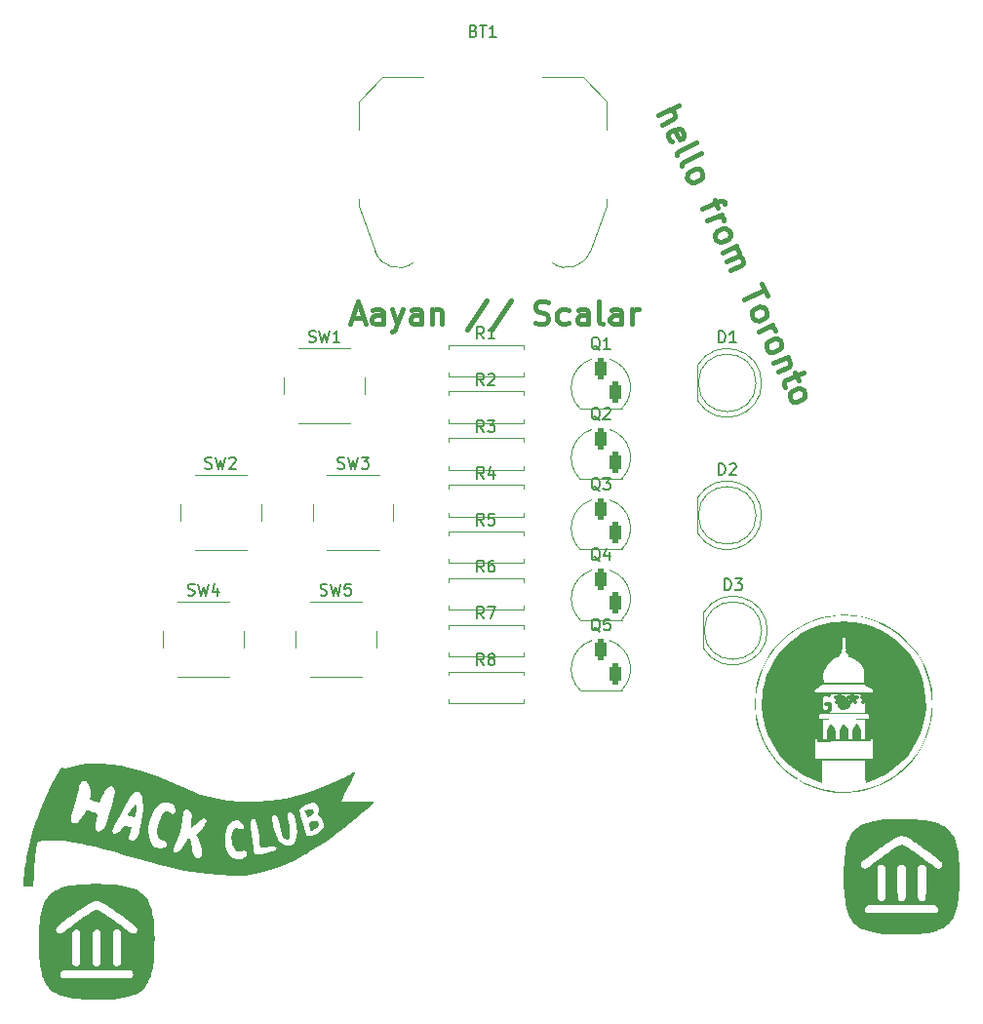
<source format=gto>
G04 #@! TF.GenerationSoftware,KiCad,Pcbnew,9.0.1*
G04 #@! TF.CreationDate,2025-05-23T23:34:19-04:00*
G04 #@! TF.ProjectId,logic01,6c6f6769-6330-4312-9e6b-696361645f70,rev?*
G04 #@! TF.SameCoordinates,Original*
G04 #@! TF.FileFunction,Legend,Top*
G04 #@! TF.FilePolarity,Positive*
%FSLAX46Y46*%
G04 Gerber Fmt 4.6, Leading zero omitted, Abs format (unit mm)*
G04 Created by KiCad (PCBNEW 9.0.1) date 2025-05-23 23:34:19*
%MOMM*%
%LPD*%
G01*
G04 APERTURE LIST*
G04 Aperture macros list*
%AMRoundRect*
0 Rectangle with rounded corners*
0 $1 Rounding radius*
0 $2 $3 $4 $5 $6 $7 $8 $9 X,Y pos of 4 corners*
0 Add a 4 corners polygon primitive as box body*
4,1,4,$2,$3,$4,$5,$6,$7,$8,$9,$2,$3,0*
0 Add four circle primitives for the rounded corners*
1,1,$1+$1,$2,$3*
1,1,$1+$1,$4,$5*
1,1,$1+$1,$6,$7*
1,1,$1+$1,$8,$9*
0 Add four rect primitives between the rounded corners*
20,1,$1+$1,$2,$3,$4,$5,0*
20,1,$1+$1,$4,$5,$6,$7,0*
20,1,$1+$1,$6,$7,$8,$9,0*
20,1,$1+$1,$8,$9,$2,$3,0*%
G04 Aperture macros list end*
%ADD10C,0.400000*%
%ADD11C,0.150000*%
%ADD12C,0.300000*%
%ADD13C,0.120000*%
%ADD14C,0.000000*%
%ADD15C,2.000000*%
%ADD16C,1.600000*%
%ADD17O,1.600000X1.600000*%
%ADD18RoundRect,0.275000X-0.275000X-0.625000X0.275000X-0.625000X0.275000X0.625000X-0.275000X0.625000X0*%
%ADD19R,1.100000X1.800000*%
%ADD20C,1.800000*%
%ADD21R,1.800000X1.800000*%
%ADD22C,17.800000*%
%ADD23R,1.270000X5.080000*%
G04 APERTURE END LIST*
D10*
X163364268Y-59409709D02*
X165176883Y-58564473D01*
X163726512Y-60186545D02*
X164675977Y-59743802D01*
X164675977Y-59743802D02*
X164808358Y-59576988D01*
X164808358Y-59576988D02*
X164814174Y-59364109D01*
X164814174Y-59364109D02*
X164693426Y-59105163D01*
X164693426Y-59105163D02*
X164526612Y-58972783D01*
X164526612Y-58972783D02*
X164400048Y-58926717D01*
X164537315Y-61699966D02*
X164370502Y-61567585D01*
X164370502Y-61567585D02*
X164209504Y-61222325D01*
X164209504Y-61222325D02*
X164215321Y-61009446D01*
X164215321Y-61009446D02*
X164347701Y-60842632D01*
X164347701Y-60842632D02*
X165038221Y-60520637D01*
X165038221Y-60520637D02*
X165251101Y-60526453D01*
X165251101Y-60526453D02*
X165417915Y-60658834D01*
X165417915Y-60658834D02*
X165578912Y-61004094D01*
X165578912Y-61004094D02*
X165573096Y-61216974D01*
X165573096Y-61216974D02*
X165440715Y-61383787D01*
X165440715Y-61383787D02*
X165268085Y-61464286D01*
X165268085Y-61464286D02*
X164692961Y-60681635D01*
X164974242Y-62862311D02*
X164980058Y-62649432D01*
X164980058Y-62649432D02*
X165112439Y-62482618D01*
X165112439Y-62482618D02*
X166666110Y-61758129D01*
X165416985Y-63811776D02*
X165422801Y-63598897D01*
X165422801Y-63598897D02*
X165555182Y-63432083D01*
X165555182Y-63432083D02*
X167108853Y-62707595D01*
X165859728Y-64761241D02*
X165865544Y-64548362D01*
X165865544Y-64548362D02*
X165911610Y-64421798D01*
X165911610Y-64421798D02*
X166043991Y-64254984D01*
X166043991Y-64254984D02*
X166561881Y-64013488D01*
X166561881Y-64013488D02*
X166774760Y-64019304D01*
X166774760Y-64019304D02*
X166901325Y-64065370D01*
X166901325Y-64065370D02*
X167068138Y-64197750D01*
X167068138Y-64197750D02*
X167188886Y-64456696D01*
X167188886Y-64456696D02*
X167183070Y-64669575D01*
X167183070Y-64669575D02*
X167137004Y-64796139D01*
X167137004Y-64796139D02*
X167004624Y-64962953D01*
X167004624Y-64962953D02*
X166486734Y-65204449D01*
X166486734Y-65204449D02*
X166273854Y-65198633D01*
X166273854Y-65198633D02*
X166147290Y-65152567D01*
X166147290Y-65152567D02*
X165980476Y-65020187D01*
X165980476Y-65020187D02*
X165859728Y-64761241D01*
X168235370Y-66700887D02*
X168557365Y-67391407D01*
X167147708Y-67523323D02*
X168701378Y-66798834D01*
X168701378Y-66798834D02*
X168914258Y-66804651D01*
X168914258Y-66804651D02*
X169081071Y-66937031D01*
X169081071Y-66937031D02*
X169161570Y-67109662D01*
X167630700Y-68559103D02*
X168839110Y-67995612D01*
X168493850Y-68156610D02*
X168706730Y-68162426D01*
X168706730Y-68162426D02*
X168833294Y-68208492D01*
X168833294Y-68208492D02*
X169000108Y-68340872D01*
X169000108Y-68340872D02*
X169080607Y-68513502D01*
X168274690Y-69940143D02*
X168280506Y-69727264D01*
X168280506Y-69727264D02*
X168326572Y-69600700D01*
X168326572Y-69600700D02*
X168458952Y-69433886D01*
X168458952Y-69433886D02*
X168976842Y-69192390D01*
X168976842Y-69192390D02*
X169189722Y-69198206D01*
X169189722Y-69198206D02*
X169316286Y-69244272D01*
X169316286Y-69244272D02*
X169483100Y-69376652D01*
X169483100Y-69376652D02*
X169603848Y-69635597D01*
X169603848Y-69635597D02*
X169598032Y-69848477D01*
X169598032Y-69848477D02*
X169551966Y-69975041D01*
X169551966Y-69975041D02*
X169419585Y-70141855D01*
X169419585Y-70141855D02*
X168901695Y-70383351D01*
X168901695Y-70383351D02*
X168688816Y-70377535D01*
X168688816Y-70377535D02*
X168562251Y-70331469D01*
X168562251Y-70331469D02*
X168395438Y-70199088D01*
X168395438Y-70199088D02*
X168274690Y-69940143D01*
X168918679Y-71321184D02*
X170127090Y-70757693D01*
X169954460Y-70838192D02*
X170081024Y-70884257D01*
X170081024Y-70884257D02*
X170247838Y-71016638D01*
X170247838Y-71016638D02*
X170368586Y-71275583D01*
X170368586Y-71275583D02*
X170362770Y-71488463D01*
X170362770Y-71488463D02*
X170230389Y-71655276D01*
X170230389Y-71655276D02*
X169280924Y-72098019D01*
X170230389Y-71655276D02*
X170443268Y-71661093D01*
X170443268Y-71661093D02*
X170610082Y-71793473D01*
X170610082Y-71793473D02*
X170730830Y-72052418D01*
X170730830Y-72052418D02*
X170725014Y-72265298D01*
X170725014Y-72265298D02*
X170592633Y-72432112D01*
X170592633Y-72432112D02*
X169643168Y-72874854D01*
X172381519Y-74014864D02*
X172864511Y-75050645D01*
X170810400Y-75377991D02*
X172623015Y-74532754D01*
X171454390Y-76759032D02*
X171460206Y-76546152D01*
X171460206Y-76546152D02*
X171506272Y-76419588D01*
X171506272Y-76419588D02*
X171638652Y-76252774D01*
X171638652Y-76252774D02*
X172156542Y-76011278D01*
X172156542Y-76011278D02*
X172369422Y-76017094D01*
X172369422Y-76017094D02*
X172495986Y-76063160D01*
X172495986Y-76063160D02*
X172662800Y-76195541D01*
X172662800Y-76195541D02*
X172783548Y-76454486D01*
X172783548Y-76454486D02*
X172777732Y-76667365D01*
X172777732Y-76667365D02*
X172731666Y-76793930D01*
X172731666Y-76793930D02*
X172599285Y-76960743D01*
X172599285Y-76960743D02*
X172081395Y-77202240D01*
X172081395Y-77202240D02*
X171868516Y-77196423D01*
X171868516Y-77196423D02*
X171741951Y-77150358D01*
X171741951Y-77150358D02*
X171575138Y-77017977D01*
X171575138Y-77017977D02*
X171454390Y-76759032D01*
X172098379Y-78140072D02*
X173306790Y-77576581D01*
X172961530Y-77737579D02*
X173174409Y-77743395D01*
X173174409Y-77743395D02*
X173300973Y-77789461D01*
X173300973Y-77789461D02*
X173467787Y-77921842D01*
X173467787Y-77921842D02*
X173548286Y-78094472D01*
X172742369Y-79521113D02*
X172748185Y-79308233D01*
X172748185Y-79308233D02*
X172794251Y-79181669D01*
X172794251Y-79181669D02*
X172926632Y-79014855D01*
X172926632Y-79014855D02*
X173444522Y-78773359D01*
X173444522Y-78773359D02*
X173657401Y-78779175D01*
X173657401Y-78779175D02*
X173783966Y-78825241D01*
X173783966Y-78825241D02*
X173950779Y-78957622D01*
X173950779Y-78957622D02*
X174071527Y-79216567D01*
X174071527Y-79216567D02*
X174065711Y-79429446D01*
X174065711Y-79429446D02*
X174019645Y-79556011D01*
X174019645Y-79556011D02*
X173887265Y-79722824D01*
X173887265Y-79722824D02*
X173369375Y-79964320D01*
X173369375Y-79964320D02*
X173156495Y-79958504D01*
X173156495Y-79958504D02*
X173029931Y-79912438D01*
X173029931Y-79912438D02*
X172863117Y-79780058D01*
X172863117Y-79780058D02*
X172742369Y-79521113D01*
X174594769Y-80338662D02*
X173386359Y-80902153D01*
X174422139Y-80419161D02*
X174548704Y-80465227D01*
X174548704Y-80465227D02*
X174715517Y-80597607D01*
X174715517Y-80597607D02*
X174836265Y-80856552D01*
X174836265Y-80856552D02*
X174830449Y-81069432D01*
X174830449Y-81069432D02*
X174698068Y-81236246D01*
X174698068Y-81236246D02*
X173748603Y-81678989D01*
X175238759Y-81719703D02*
X175560754Y-82410223D01*
X175963712Y-81696902D02*
X174410042Y-82421391D01*
X174410042Y-82421391D02*
X174277661Y-82588205D01*
X174277661Y-82588205D02*
X174271845Y-82801084D01*
X174271845Y-82801084D02*
X174352343Y-82973714D01*
X174754837Y-83836864D02*
X174760653Y-83623985D01*
X174760653Y-83623985D02*
X174806719Y-83497420D01*
X174806719Y-83497420D02*
X174939100Y-83330607D01*
X174939100Y-83330607D02*
X175456990Y-83089111D01*
X175456990Y-83089111D02*
X175669869Y-83094927D01*
X175669869Y-83094927D02*
X175796434Y-83140993D01*
X175796434Y-83140993D02*
X175963247Y-83273373D01*
X175963247Y-83273373D02*
X176083995Y-83532318D01*
X176083995Y-83532318D02*
X176078179Y-83745198D01*
X176078179Y-83745198D02*
X176032113Y-83871762D01*
X176032113Y-83871762D02*
X175899733Y-84038576D01*
X175899733Y-84038576D02*
X175381843Y-84280072D01*
X175381843Y-84280072D02*
X175168963Y-84274256D01*
X175168963Y-84274256D02*
X175042399Y-84228190D01*
X175042399Y-84228190D02*
X174875585Y-84095809D01*
X174875585Y-84095809D02*
X174754837Y-83836864D01*
X136787665Y-76962009D02*
X137740046Y-76962009D01*
X136597189Y-77533438D02*
X137263855Y-75533438D01*
X137263855Y-75533438D02*
X137930522Y-77533438D01*
X139454332Y-77533438D02*
X139454332Y-76485819D01*
X139454332Y-76485819D02*
X139359094Y-76295342D01*
X139359094Y-76295342D02*
X139168618Y-76200104D01*
X139168618Y-76200104D02*
X138787665Y-76200104D01*
X138787665Y-76200104D02*
X138597189Y-76295342D01*
X139454332Y-77438200D02*
X139263856Y-77533438D01*
X139263856Y-77533438D02*
X138787665Y-77533438D01*
X138787665Y-77533438D02*
X138597189Y-77438200D01*
X138597189Y-77438200D02*
X138501951Y-77247723D01*
X138501951Y-77247723D02*
X138501951Y-77057247D01*
X138501951Y-77057247D02*
X138597189Y-76866771D01*
X138597189Y-76866771D02*
X138787665Y-76771533D01*
X138787665Y-76771533D02*
X139263856Y-76771533D01*
X139263856Y-76771533D02*
X139454332Y-76676295D01*
X140216237Y-76200104D02*
X140692427Y-77533438D01*
X141168618Y-76200104D02*
X140692427Y-77533438D01*
X140692427Y-77533438D02*
X140501951Y-78009628D01*
X140501951Y-78009628D02*
X140406713Y-78104866D01*
X140406713Y-78104866D02*
X140216237Y-78200104D01*
X142787666Y-77533438D02*
X142787666Y-76485819D01*
X142787666Y-76485819D02*
X142692428Y-76295342D01*
X142692428Y-76295342D02*
X142501952Y-76200104D01*
X142501952Y-76200104D02*
X142120999Y-76200104D01*
X142120999Y-76200104D02*
X141930523Y-76295342D01*
X142787666Y-77438200D02*
X142597190Y-77533438D01*
X142597190Y-77533438D02*
X142120999Y-77533438D01*
X142120999Y-77533438D02*
X141930523Y-77438200D01*
X141930523Y-77438200D02*
X141835285Y-77247723D01*
X141835285Y-77247723D02*
X141835285Y-77057247D01*
X141835285Y-77057247D02*
X141930523Y-76866771D01*
X141930523Y-76866771D02*
X142120999Y-76771533D01*
X142120999Y-76771533D02*
X142597190Y-76771533D01*
X142597190Y-76771533D02*
X142787666Y-76676295D01*
X143740047Y-76200104D02*
X143740047Y-77533438D01*
X143740047Y-76390580D02*
X143835285Y-76295342D01*
X143835285Y-76295342D02*
X144025761Y-76200104D01*
X144025761Y-76200104D02*
X144311476Y-76200104D01*
X144311476Y-76200104D02*
X144501952Y-76295342D01*
X144501952Y-76295342D02*
X144597190Y-76485819D01*
X144597190Y-76485819D02*
X144597190Y-77533438D01*
X148501952Y-75438200D02*
X146787667Y-78009628D01*
X150597190Y-75438200D02*
X148882905Y-78009628D01*
X152692429Y-77438200D02*
X152978143Y-77533438D01*
X152978143Y-77533438D02*
X153454334Y-77533438D01*
X153454334Y-77533438D02*
X153644810Y-77438200D01*
X153644810Y-77438200D02*
X153740048Y-77342961D01*
X153740048Y-77342961D02*
X153835286Y-77152485D01*
X153835286Y-77152485D02*
X153835286Y-76962009D01*
X153835286Y-76962009D02*
X153740048Y-76771533D01*
X153740048Y-76771533D02*
X153644810Y-76676295D01*
X153644810Y-76676295D02*
X153454334Y-76581057D01*
X153454334Y-76581057D02*
X153073381Y-76485819D01*
X153073381Y-76485819D02*
X152882905Y-76390580D01*
X152882905Y-76390580D02*
X152787667Y-76295342D01*
X152787667Y-76295342D02*
X152692429Y-76104866D01*
X152692429Y-76104866D02*
X152692429Y-75914390D01*
X152692429Y-75914390D02*
X152787667Y-75723914D01*
X152787667Y-75723914D02*
X152882905Y-75628676D01*
X152882905Y-75628676D02*
X153073381Y-75533438D01*
X153073381Y-75533438D02*
X153549572Y-75533438D01*
X153549572Y-75533438D02*
X153835286Y-75628676D01*
X155549572Y-77438200D02*
X155359096Y-77533438D01*
X155359096Y-77533438D02*
X154978143Y-77533438D01*
X154978143Y-77533438D02*
X154787667Y-77438200D01*
X154787667Y-77438200D02*
X154692429Y-77342961D01*
X154692429Y-77342961D02*
X154597191Y-77152485D01*
X154597191Y-77152485D02*
X154597191Y-76581057D01*
X154597191Y-76581057D02*
X154692429Y-76390580D01*
X154692429Y-76390580D02*
X154787667Y-76295342D01*
X154787667Y-76295342D02*
X154978143Y-76200104D01*
X154978143Y-76200104D02*
X155359096Y-76200104D01*
X155359096Y-76200104D02*
X155549572Y-76295342D01*
X157263858Y-77533438D02*
X157263858Y-76485819D01*
X157263858Y-76485819D02*
X157168620Y-76295342D01*
X157168620Y-76295342D02*
X156978144Y-76200104D01*
X156978144Y-76200104D02*
X156597191Y-76200104D01*
X156597191Y-76200104D02*
X156406715Y-76295342D01*
X157263858Y-77438200D02*
X157073382Y-77533438D01*
X157073382Y-77533438D02*
X156597191Y-77533438D01*
X156597191Y-77533438D02*
X156406715Y-77438200D01*
X156406715Y-77438200D02*
X156311477Y-77247723D01*
X156311477Y-77247723D02*
X156311477Y-77057247D01*
X156311477Y-77057247D02*
X156406715Y-76866771D01*
X156406715Y-76866771D02*
X156597191Y-76771533D01*
X156597191Y-76771533D02*
X157073382Y-76771533D01*
X157073382Y-76771533D02*
X157263858Y-76676295D01*
X158501953Y-77533438D02*
X158311477Y-77438200D01*
X158311477Y-77438200D02*
X158216239Y-77247723D01*
X158216239Y-77247723D02*
X158216239Y-75533438D01*
X160121001Y-77533438D02*
X160121001Y-76485819D01*
X160121001Y-76485819D02*
X160025763Y-76295342D01*
X160025763Y-76295342D02*
X159835287Y-76200104D01*
X159835287Y-76200104D02*
X159454334Y-76200104D01*
X159454334Y-76200104D02*
X159263858Y-76295342D01*
X160121001Y-77438200D02*
X159930525Y-77533438D01*
X159930525Y-77533438D02*
X159454334Y-77533438D01*
X159454334Y-77533438D02*
X159263858Y-77438200D01*
X159263858Y-77438200D02*
X159168620Y-77247723D01*
X159168620Y-77247723D02*
X159168620Y-77057247D01*
X159168620Y-77057247D02*
X159263858Y-76866771D01*
X159263858Y-76866771D02*
X159454334Y-76771533D01*
X159454334Y-76771533D02*
X159930525Y-76771533D01*
X159930525Y-76771533D02*
X160121001Y-76676295D01*
X161073382Y-77533438D02*
X161073382Y-76200104D01*
X161073382Y-76581057D02*
X161168620Y-76390580D01*
X161168620Y-76390580D02*
X161263858Y-76295342D01*
X161263858Y-76295342D02*
X161454334Y-76200104D01*
X161454334Y-76200104D02*
X161644811Y-76200104D01*
D11*
X133037667Y-79036200D02*
X133180524Y-79083819D01*
X133180524Y-79083819D02*
X133418619Y-79083819D01*
X133418619Y-79083819D02*
X133513857Y-79036200D01*
X133513857Y-79036200D02*
X133561476Y-78988580D01*
X133561476Y-78988580D02*
X133609095Y-78893342D01*
X133609095Y-78893342D02*
X133609095Y-78798104D01*
X133609095Y-78798104D02*
X133561476Y-78702866D01*
X133561476Y-78702866D02*
X133513857Y-78655247D01*
X133513857Y-78655247D02*
X133418619Y-78607628D01*
X133418619Y-78607628D02*
X133228143Y-78560009D01*
X133228143Y-78560009D02*
X133132905Y-78512390D01*
X133132905Y-78512390D02*
X133085286Y-78464771D01*
X133085286Y-78464771D02*
X133037667Y-78369533D01*
X133037667Y-78369533D02*
X133037667Y-78274295D01*
X133037667Y-78274295D02*
X133085286Y-78179057D01*
X133085286Y-78179057D02*
X133132905Y-78131438D01*
X133132905Y-78131438D02*
X133228143Y-78083819D01*
X133228143Y-78083819D02*
X133466238Y-78083819D01*
X133466238Y-78083819D02*
X133609095Y-78131438D01*
X133942429Y-78083819D02*
X134180524Y-79083819D01*
X134180524Y-79083819D02*
X134371000Y-78369533D01*
X134371000Y-78369533D02*
X134561476Y-79083819D01*
X134561476Y-79083819D02*
X134799572Y-78083819D01*
X135704333Y-79083819D02*
X135132905Y-79083819D01*
X135418619Y-79083819D02*
X135418619Y-78083819D01*
X135418619Y-78083819D02*
X135323381Y-78226676D01*
X135323381Y-78226676D02*
X135228143Y-78321914D01*
X135228143Y-78321914D02*
X135132905Y-78369533D01*
X124037667Y-90036200D02*
X124180524Y-90083819D01*
X124180524Y-90083819D02*
X124418619Y-90083819D01*
X124418619Y-90083819D02*
X124513857Y-90036200D01*
X124513857Y-90036200D02*
X124561476Y-89988580D01*
X124561476Y-89988580D02*
X124609095Y-89893342D01*
X124609095Y-89893342D02*
X124609095Y-89798104D01*
X124609095Y-89798104D02*
X124561476Y-89702866D01*
X124561476Y-89702866D02*
X124513857Y-89655247D01*
X124513857Y-89655247D02*
X124418619Y-89607628D01*
X124418619Y-89607628D02*
X124228143Y-89560009D01*
X124228143Y-89560009D02*
X124132905Y-89512390D01*
X124132905Y-89512390D02*
X124085286Y-89464771D01*
X124085286Y-89464771D02*
X124037667Y-89369533D01*
X124037667Y-89369533D02*
X124037667Y-89274295D01*
X124037667Y-89274295D02*
X124085286Y-89179057D01*
X124085286Y-89179057D02*
X124132905Y-89131438D01*
X124132905Y-89131438D02*
X124228143Y-89083819D01*
X124228143Y-89083819D02*
X124466238Y-89083819D01*
X124466238Y-89083819D02*
X124609095Y-89131438D01*
X124942429Y-89083819D02*
X125180524Y-90083819D01*
X125180524Y-90083819D02*
X125371000Y-89369533D01*
X125371000Y-89369533D02*
X125561476Y-90083819D01*
X125561476Y-90083819D02*
X125799572Y-89083819D01*
X126132905Y-89179057D02*
X126180524Y-89131438D01*
X126180524Y-89131438D02*
X126275762Y-89083819D01*
X126275762Y-89083819D02*
X126513857Y-89083819D01*
X126513857Y-89083819D02*
X126609095Y-89131438D01*
X126609095Y-89131438D02*
X126656714Y-89179057D01*
X126656714Y-89179057D02*
X126704333Y-89274295D01*
X126704333Y-89274295D02*
X126704333Y-89369533D01*
X126704333Y-89369533D02*
X126656714Y-89512390D01*
X126656714Y-89512390D02*
X126085286Y-90083819D01*
X126085286Y-90083819D02*
X126704333Y-90083819D01*
X148224333Y-82833819D02*
X147891000Y-82357628D01*
X147652905Y-82833819D02*
X147652905Y-81833819D01*
X147652905Y-81833819D02*
X148033857Y-81833819D01*
X148033857Y-81833819D02*
X148129095Y-81881438D01*
X148129095Y-81881438D02*
X148176714Y-81929057D01*
X148176714Y-81929057D02*
X148224333Y-82024295D01*
X148224333Y-82024295D02*
X148224333Y-82167152D01*
X148224333Y-82167152D02*
X148176714Y-82262390D01*
X148176714Y-82262390D02*
X148129095Y-82310009D01*
X148129095Y-82310009D02*
X148033857Y-82357628D01*
X148033857Y-82357628D02*
X147652905Y-82357628D01*
X148605286Y-81929057D02*
X148652905Y-81881438D01*
X148652905Y-81881438D02*
X148748143Y-81833819D01*
X148748143Y-81833819D02*
X148986238Y-81833819D01*
X148986238Y-81833819D02*
X149081476Y-81881438D01*
X149081476Y-81881438D02*
X149129095Y-81929057D01*
X149129095Y-81929057D02*
X149176714Y-82024295D01*
X149176714Y-82024295D02*
X149176714Y-82119533D01*
X149176714Y-82119533D02*
X149129095Y-82262390D01*
X149129095Y-82262390D02*
X148557667Y-82833819D01*
X148557667Y-82833819D02*
X149176714Y-82833819D01*
X148224333Y-86883819D02*
X147891000Y-86407628D01*
X147652905Y-86883819D02*
X147652905Y-85883819D01*
X147652905Y-85883819D02*
X148033857Y-85883819D01*
X148033857Y-85883819D02*
X148129095Y-85931438D01*
X148129095Y-85931438D02*
X148176714Y-85979057D01*
X148176714Y-85979057D02*
X148224333Y-86074295D01*
X148224333Y-86074295D02*
X148224333Y-86217152D01*
X148224333Y-86217152D02*
X148176714Y-86312390D01*
X148176714Y-86312390D02*
X148129095Y-86360009D01*
X148129095Y-86360009D02*
X148033857Y-86407628D01*
X148033857Y-86407628D02*
X147652905Y-86407628D01*
X148557667Y-85883819D02*
X149176714Y-85883819D01*
X149176714Y-85883819D02*
X148843381Y-86264771D01*
X148843381Y-86264771D02*
X148986238Y-86264771D01*
X148986238Y-86264771D02*
X149081476Y-86312390D01*
X149081476Y-86312390D02*
X149129095Y-86360009D01*
X149129095Y-86360009D02*
X149176714Y-86455247D01*
X149176714Y-86455247D02*
X149176714Y-86693342D01*
X149176714Y-86693342D02*
X149129095Y-86788580D01*
X149129095Y-86788580D02*
X149081476Y-86836200D01*
X149081476Y-86836200D02*
X148986238Y-86883819D01*
X148986238Y-86883819D02*
X148700524Y-86883819D01*
X148700524Y-86883819D02*
X148605286Y-86836200D01*
X148605286Y-86836200D02*
X148557667Y-86788580D01*
X148224333Y-94983819D02*
X147891000Y-94507628D01*
X147652905Y-94983819D02*
X147652905Y-93983819D01*
X147652905Y-93983819D02*
X148033857Y-93983819D01*
X148033857Y-93983819D02*
X148129095Y-94031438D01*
X148129095Y-94031438D02*
X148176714Y-94079057D01*
X148176714Y-94079057D02*
X148224333Y-94174295D01*
X148224333Y-94174295D02*
X148224333Y-94317152D01*
X148224333Y-94317152D02*
X148176714Y-94412390D01*
X148176714Y-94412390D02*
X148129095Y-94460009D01*
X148129095Y-94460009D02*
X148033857Y-94507628D01*
X148033857Y-94507628D02*
X147652905Y-94507628D01*
X149129095Y-93983819D02*
X148652905Y-93983819D01*
X148652905Y-93983819D02*
X148605286Y-94460009D01*
X148605286Y-94460009D02*
X148652905Y-94412390D01*
X148652905Y-94412390D02*
X148748143Y-94364771D01*
X148748143Y-94364771D02*
X148986238Y-94364771D01*
X148986238Y-94364771D02*
X149081476Y-94412390D01*
X149081476Y-94412390D02*
X149129095Y-94460009D01*
X149129095Y-94460009D02*
X149176714Y-94555247D01*
X149176714Y-94555247D02*
X149176714Y-94793342D01*
X149176714Y-94793342D02*
X149129095Y-94888580D01*
X149129095Y-94888580D02*
X149081476Y-94936200D01*
X149081476Y-94936200D02*
X148986238Y-94983819D01*
X148986238Y-94983819D02*
X148748143Y-94983819D01*
X148748143Y-94983819D02*
X148652905Y-94936200D01*
X148652905Y-94936200D02*
X148605286Y-94888580D01*
X148224333Y-99033819D02*
X147891000Y-98557628D01*
X147652905Y-99033819D02*
X147652905Y-98033819D01*
X147652905Y-98033819D02*
X148033857Y-98033819D01*
X148033857Y-98033819D02*
X148129095Y-98081438D01*
X148129095Y-98081438D02*
X148176714Y-98129057D01*
X148176714Y-98129057D02*
X148224333Y-98224295D01*
X148224333Y-98224295D02*
X148224333Y-98367152D01*
X148224333Y-98367152D02*
X148176714Y-98462390D01*
X148176714Y-98462390D02*
X148129095Y-98510009D01*
X148129095Y-98510009D02*
X148033857Y-98557628D01*
X148033857Y-98557628D02*
X147652905Y-98557628D01*
X149081476Y-98033819D02*
X148891000Y-98033819D01*
X148891000Y-98033819D02*
X148795762Y-98081438D01*
X148795762Y-98081438D02*
X148748143Y-98129057D01*
X148748143Y-98129057D02*
X148652905Y-98271914D01*
X148652905Y-98271914D02*
X148605286Y-98462390D01*
X148605286Y-98462390D02*
X148605286Y-98843342D01*
X148605286Y-98843342D02*
X148652905Y-98938580D01*
X148652905Y-98938580D02*
X148700524Y-98986200D01*
X148700524Y-98986200D02*
X148795762Y-99033819D01*
X148795762Y-99033819D02*
X148986238Y-99033819D01*
X148986238Y-99033819D02*
X149081476Y-98986200D01*
X149081476Y-98986200D02*
X149129095Y-98938580D01*
X149129095Y-98938580D02*
X149176714Y-98843342D01*
X149176714Y-98843342D02*
X149176714Y-98605247D01*
X149176714Y-98605247D02*
X149129095Y-98510009D01*
X149129095Y-98510009D02*
X149081476Y-98462390D01*
X149081476Y-98462390D02*
X148986238Y-98414771D01*
X148986238Y-98414771D02*
X148795762Y-98414771D01*
X148795762Y-98414771D02*
X148700524Y-98462390D01*
X148700524Y-98462390D02*
X148652905Y-98510009D01*
X148652905Y-98510009D02*
X148605286Y-98605247D01*
X148224333Y-107133819D02*
X147891000Y-106657628D01*
X147652905Y-107133819D02*
X147652905Y-106133819D01*
X147652905Y-106133819D02*
X148033857Y-106133819D01*
X148033857Y-106133819D02*
X148129095Y-106181438D01*
X148129095Y-106181438D02*
X148176714Y-106229057D01*
X148176714Y-106229057D02*
X148224333Y-106324295D01*
X148224333Y-106324295D02*
X148224333Y-106467152D01*
X148224333Y-106467152D02*
X148176714Y-106562390D01*
X148176714Y-106562390D02*
X148129095Y-106610009D01*
X148129095Y-106610009D02*
X148033857Y-106657628D01*
X148033857Y-106657628D02*
X147652905Y-106657628D01*
X148795762Y-106562390D02*
X148700524Y-106514771D01*
X148700524Y-106514771D02*
X148652905Y-106467152D01*
X148652905Y-106467152D02*
X148605286Y-106371914D01*
X148605286Y-106371914D02*
X148605286Y-106324295D01*
X148605286Y-106324295D02*
X148652905Y-106229057D01*
X148652905Y-106229057D02*
X148700524Y-106181438D01*
X148700524Y-106181438D02*
X148795762Y-106133819D01*
X148795762Y-106133819D02*
X148986238Y-106133819D01*
X148986238Y-106133819D02*
X149081476Y-106181438D01*
X149081476Y-106181438D02*
X149129095Y-106229057D01*
X149129095Y-106229057D02*
X149176714Y-106324295D01*
X149176714Y-106324295D02*
X149176714Y-106371914D01*
X149176714Y-106371914D02*
X149129095Y-106467152D01*
X149129095Y-106467152D02*
X149081476Y-106514771D01*
X149081476Y-106514771D02*
X148986238Y-106562390D01*
X148986238Y-106562390D02*
X148795762Y-106562390D01*
X148795762Y-106562390D02*
X148700524Y-106610009D01*
X148700524Y-106610009D02*
X148652905Y-106657628D01*
X148652905Y-106657628D02*
X148605286Y-106752866D01*
X148605286Y-106752866D02*
X148605286Y-106943342D01*
X148605286Y-106943342D02*
X148652905Y-107038580D01*
X148652905Y-107038580D02*
X148700524Y-107086200D01*
X148700524Y-107086200D02*
X148795762Y-107133819D01*
X148795762Y-107133819D02*
X148986238Y-107133819D01*
X148986238Y-107133819D02*
X149081476Y-107086200D01*
X149081476Y-107086200D02*
X149129095Y-107038580D01*
X149129095Y-107038580D02*
X149176714Y-106943342D01*
X149176714Y-106943342D02*
X149176714Y-106752866D01*
X149176714Y-106752866D02*
X149129095Y-106657628D01*
X149129095Y-106657628D02*
X149081476Y-106610009D01*
X149081476Y-106610009D02*
X148986238Y-106562390D01*
X148224333Y-103083819D02*
X147891000Y-102607628D01*
X147652905Y-103083819D02*
X147652905Y-102083819D01*
X147652905Y-102083819D02*
X148033857Y-102083819D01*
X148033857Y-102083819D02*
X148129095Y-102131438D01*
X148129095Y-102131438D02*
X148176714Y-102179057D01*
X148176714Y-102179057D02*
X148224333Y-102274295D01*
X148224333Y-102274295D02*
X148224333Y-102417152D01*
X148224333Y-102417152D02*
X148176714Y-102512390D01*
X148176714Y-102512390D02*
X148129095Y-102560009D01*
X148129095Y-102560009D02*
X148033857Y-102607628D01*
X148033857Y-102607628D02*
X147652905Y-102607628D01*
X148557667Y-102083819D02*
X149224333Y-102083819D01*
X149224333Y-102083819D02*
X148795762Y-103083819D01*
X148224333Y-90933819D02*
X147891000Y-90457628D01*
X147652905Y-90933819D02*
X147652905Y-89933819D01*
X147652905Y-89933819D02*
X148033857Y-89933819D01*
X148033857Y-89933819D02*
X148129095Y-89981438D01*
X148129095Y-89981438D02*
X148176714Y-90029057D01*
X148176714Y-90029057D02*
X148224333Y-90124295D01*
X148224333Y-90124295D02*
X148224333Y-90267152D01*
X148224333Y-90267152D02*
X148176714Y-90362390D01*
X148176714Y-90362390D02*
X148129095Y-90410009D01*
X148129095Y-90410009D02*
X148033857Y-90457628D01*
X148033857Y-90457628D02*
X147652905Y-90457628D01*
X149081476Y-90267152D02*
X149081476Y-90933819D01*
X148843381Y-89886200D02*
X148605286Y-90600485D01*
X148605286Y-90600485D02*
X149224333Y-90600485D01*
X134037667Y-101036200D02*
X134180524Y-101083819D01*
X134180524Y-101083819D02*
X134418619Y-101083819D01*
X134418619Y-101083819D02*
X134513857Y-101036200D01*
X134513857Y-101036200D02*
X134561476Y-100988580D01*
X134561476Y-100988580D02*
X134609095Y-100893342D01*
X134609095Y-100893342D02*
X134609095Y-100798104D01*
X134609095Y-100798104D02*
X134561476Y-100702866D01*
X134561476Y-100702866D02*
X134513857Y-100655247D01*
X134513857Y-100655247D02*
X134418619Y-100607628D01*
X134418619Y-100607628D02*
X134228143Y-100560009D01*
X134228143Y-100560009D02*
X134132905Y-100512390D01*
X134132905Y-100512390D02*
X134085286Y-100464771D01*
X134085286Y-100464771D02*
X134037667Y-100369533D01*
X134037667Y-100369533D02*
X134037667Y-100274295D01*
X134037667Y-100274295D02*
X134085286Y-100179057D01*
X134085286Y-100179057D02*
X134132905Y-100131438D01*
X134132905Y-100131438D02*
X134228143Y-100083819D01*
X134228143Y-100083819D02*
X134466238Y-100083819D01*
X134466238Y-100083819D02*
X134609095Y-100131438D01*
X134942429Y-100083819D02*
X135180524Y-101083819D01*
X135180524Y-101083819D02*
X135371000Y-100369533D01*
X135371000Y-100369533D02*
X135561476Y-101083819D01*
X135561476Y-101083819D02*
X135799572Y-100083819D01*
X136656714Y-100083819D02*
X136180524Y-100083819D01*
X136180524Y-100083819D02*
X136132905Y-100560009D01*
X136132905Y-100560009D02*
X136180524Y-100512390D01*
X136180524Y-100512390D02*
X136275762Y-100464771D01*
X136275762Y-100464771D02*
X136513857Y-100464771D01*
X136513857Y-100464771D02*
X136609095Y-100512390D01*
X136609095Y-100512390D02*
X136656714Y-100560009D01*
X136656714Y-100560009D02*
X136704333Y-100655247D01*
X136704333Y-100655247D02*
X136704333Y-100893342D01*
X136704333Y-100893342D02*
X136656714Y-100988580D01*
X136656714Y-100988580D02*
X136609095Y-101036200D01*
X136609095Y-101036200D02*
X136513857Y-101083819D01*
X136513857Y-101083819D02*
X136275762Y-101083819D01*
X136275762Y-101083819D02*
X136180524Y-101036200D01*
X136180524Y-101036200D02*
X136132905Y-100988580D01*
X122537667Y-101036200D02*
X122680524Y-101083819D01*
X122680524Y-101083819D02*
X122918619Y-101083819D01*
X122918619Y-101083819D02*
X123013857Y-101036200D01*
X123013857Y-101036200D02*
X123061476Y-100988580D01*
X123061476Y-100988580D02*
X123109095Y-100893342D01*
X123109095Y-100893342D02*
X123109095Y-100798104D01*
X123109095Y-100798104D02*
X123061476Y-100702866D01*
X123061476Y-100702866D02*
X123013857Y-100655247D01*
X123013857Y-100655247D02*
X122918619Y-100607628D01*
X122918619Y-100607628D02*
X122728143Y-100560009D01*
X122728143Y-100560009D02*
X122632905Y-100512390D01*
X122632905Y-100512390D02*
X122585286Y-100464771D01*
X122585286Y-100464771D02*
X122537667Y-100369533D01*
X122537667Y-100369533D02*
X122537667Y-100274295D01*
X122537667Y-100274295D02*
X122585286Y-100179057D01*
X122585286Y-100179057D02*
X122632905Y-100131438D01*
X122632905Y-100131438D02*
X122728143Y-100083819D01*
X122728143Y-100083819D02*
X122966238Y-100083819D01*
X122966238Y-100083819D02*
X123109095Y-100131438D01*
X123442429Y-100083819D02*
X123680524Y-101083819D01*
X123680524Y-101083819D02*
X123871000Y-100369533D01*
X123871000Y-100369533D02*
X124061476Y-101083819D01*
X124061476Y-101083819D02*
X124299572Y-100083819D01*
X125109095Y-100417152D02*
X125109095Y-101083819D01*
X124871000Y-100036200D02*
X124632905Y-100750485D01*
X124632905Y-100750485D02*
X125251952Y-100750485D01*
X135537667Y-90036200D02*
X135680524Y-90083819D01*
X135680524Y-90083819D02*
X135918619Y-90083819D01*
X135918619Y-90083819D02*
X136013857Y-90036200D01*
X136013857Y-90036200D02*
X136061476Y-89988580D01*
X136061476Y-89988580D02*
X136109095Y-89893342D01*
X136109095Y-89893342D02*
X136109095Y-89798104D01*
X136109095Y-89798104D02*
X136061476Y-89702866D01*
X136061476Y-89702866D02*
X136013857Y-89655247D01*
X136013857Y-89655247D02*
X135918619Y-89607628D01*
X135918619Y-89607628D02*
X135728143Y-89560009D01*
X135728143Y-89560009D02*
X135632905Y-89512390D01*
X135632905Y-89512390D02*
X135585286Y-89464771D01*
X135585286Y-89464771D02*
X135537667Y-89369533D01*
X135537667Y-89369533D02*
X135537667Y-89274295D01*
X135537667Y-89274295D02*
X135585286Y-89179057D01*
X135585286Y-89179057D02*
X135632905Y-89131438D01*
X135632905Y-89131438D02*
X135728143Y-89083819D01*
X135728143Y-89083819D02*
X135966238Y-89083819D01*
X135966238Y-89083819D02*
X136109095Y-89131438D01*
X136442429Y-89083819D02*
X136680524Y-90083819D01*
X136680524Y-90083819D02*
X136871000Y-89369533D01*
X136871000Y-89369533D02*
X137061476Y-90083819D01*
X137061476Y-90083819D02*
X137299572Y-89083819D01*
X137585286Y-89083819D02*
X138204333Y-89083819D01*
X138204333Y-89083819D02*
X137871000Y-89464771D01*
X137871000Y-89464771D02*
X138013857Y-89464771D01*
X138013857Y-89464771D02*
X138109095Y-89512390D01*
X138109095Y-89512390D02*
X138156714Y-89560009D01*
X138156714Y-89560009D02*
X138204333Y-89655247D01*
X138204333Y-89655247D02*
X138204333Y-89893342D01*
X138204333Y-89893342D02*
X138156714Y-89988580D01*
X138156714Y-89988580D02*
X138109095Y-90036200D01*
X138109095Y-90036200D02*
X138013857Y-90083819D01*
X138013857Y-90083819D02*
X137728143Y-90083819D01*
X137728143Y-90083819D02*
X137632905Y-90036200D01*
X137632905Y-90036200D02*
X137585286Y-89988580D01*
X148224333Y-78783819D02*
X147891000Y-78307628D01*
X147652905Y-78783819D02*
X147652905Y-77783819D01*
X147652905Y-77783819D02*
X148033857Y-77783819D01*
X148033857Y-77783819D02*
X148129095Y-77831438D01*
X148129095Y-77831438D02*
X148176714Y-77879057D01*
X148176714Y-77879057D02*
X148224333Y-77974295D01*
X148224333Y-77974295D02*
X148224333Y-78117152D01*
X148224333Y-78117152D02*
X148176714Y-78212390D01*
X148176714Y-78212390D02*
X148129095Y-78260009D01*
X148129095Y-78260009D02*
X148033857Y-78307628D01*
X148033857Y-78307628D02*
X147652905Y-78307628D01*
X149176714Y-78783819D02*
X148605286Y-78783819D01*
X148891000Y-78783819D02*
X148891000Y-77783819D01*
X148891000Y-77783819D02*
X148795762Y-77926676D01*
X148795762Y-77926676D02*
X148700524Y-78021914D01*
X148700524Y-78021914D02*
X148605286Y-78069533D01*
X158295761Y-104209057D02*
X158200523Y-104161438D01*
X158200523Y-104161438D02*
X158105285Y-104066200D01*
X158105285Y-104066200D02*
X157962428Y-103923342D01*
X157962428Y-103923342D02*
X157867190Y-103875723D01*
X157867190Y-103875723D02*
X157771952Y-103875723D01*
X157819571Y-104113819D02*
X157724333Y-104066200D01*
X157724333Y-104066200D02*
X157629095Y-103970961D01*
X157629095Y-103970961D02*
X157581476Y-103780485D01*
X157581476Y-103780485D02*
X157581476Y-103447152D01*
X157581476Y-103447152D02*
X157629095Y-103256676D01*
X157629095Y-103256676D02*
X157724333Y-103161438D01*
X157724333Y-103161438D02*
X157819571Y-103113819D01*
X157819571Y-103113819D02*
X158010047Y-103113819D01*
X158010047Y-103113819D02*
X158105285Y-103161438D01*
X158105285Y-103161438D02*
X158200523Y-103256676D01*
X158200523Y-103256676D02*
X158248142Y-103447152D01*
X158248142Y-103447152D02*
X158248142Y-103780485D01*
X158248142Y-103780485D02*
X158200523Y-103970961D01*
X158200523Y-103970961D02*
X158105285Y-104066200D01*
X158105285Y-104066200D02*
X158010047Y-104113819D01*
X158010047Y-104113819D02*
X157819571Y-104113819D01*
X159152904Y-103113819D02*
X158676714Y-103113819D01*
X158676714Y-103113819D02*
X158629095Y-103590009D01*
X158629095Y-103590009D02*
X158676714Y-103542390D01*
X158676714Y-103542390D02*
X158771952Y-103494771D01*
X158771952Y-103494771D02*
X159010047Y-103494771D01*
X159010047Y-103494771D02*
X159105285Y-103542390D01*
X159105285Y-103542390D02*
X159152904Y-103590009D01*
X159152904Y-103590009D02*
X159200523Y-103685247D01*
X159200523Y-103685247D02*
X159200523Y-103923342D01*
X159200523Y-103923342D02*
X159152904Y-104018580D01*
X159152904Y-104018580D02*
X159105285Y-104066200D01*
X159105285Y-104066200D02*
X159010047Y-104113819D01*
X159010047Y-104113819D02*
X158771952Y-104113819D01*
X158771952Y-104113819D02*
X158676714Y-104066200D01*
X158676714Y-104066200D02*
X158629095Y-104018580D01*
X158295761Y-98099057D02*
X158200523Y-98051438D01*
X158200523Y-98051438D02*
X158105285Y-97956200D01*
X158105285Y-97956200D02*
X157962428Y-97813342D01*
X157962428Y-97813342D02*
X157867190Y-97765723D01*
X157867190Y-97765723D02*
X157771952Y-97765723D01*
X157819571Y-98003819D02*
X157724333Y-97956200D01*
X157724333Y-97956200D02*
X157629095Y-97860961D01*
X157629095Y-97860961D02*
X157581476Y-97670485D01*
X157581476Y-97670485D02*
X157581476Y-97337152D01*
X157581476Y-97337152D02*
X157629095Y-97146676D01*
X157629095Y-97146676D02*
X157724333Y-97051438D01*
X157724333Y-97051438D02*
X157819571Y-97003819D01*
X157819571Y-97003819D02*
X158010047Y-97003819D01*
X158010047Y-97003819D02*
X158105285Y-97051438D01*
X158105285Y-97051438D02*
X158200523Y-97146676D01*
X158200523Y-97146676D02*
X158248142Y-97337152D01*
X158248142Y-97337152D02*
X158248142Y-97670485D01*
X158248142Y-97670485D02*
X158200523Y-97860961D01*
X158200523Y-97860961D02*
X158105285Y-97956200D01*
X158105285Y-97956200D02*
X158010047Y-98003819D01*
X158010047Y-98003819D02*
X157819571Y-98003819D01*
X159105285Y-97337152D02*
X159105285Y-98003819D01*
X158867190Y-96956200D02*
X158629095Y-97670485D01*
X158629095Y-97670485D02*
X159248142Y-97670485D01*
X158295761Y-91989057D02*
X158200523Y-91941438D01*
X158200523Y-91941438D02*
X158105285Y-91846200D01*
X158105285Y-91846200D02*
X157962428Y-91703342D01*
X157962428Y-91703342D02*
X157867190Y-91655723D01*
X157867190Y-91655723D02*
X157771952Y-91655723D01*
X157819571Y-91893819D02*
X157724333Y-91846200D01*
X157724333Y-91846200D02*
X157629095Y-91750961D01*
X157629095Y-91750961D02*
X157581476Y-91560485D01*
X157581476Y-91560485D02*
X157581476Y-91227152D01*
X157581476Y-91227152D02*
X157629095Y-91036676D01*
X157629095Y-91036676D02*
X157724333Y-90941438D01*
X157724333Y-90941438D02*
X157819571Y-90893819D01*
X157819571Y-90893819D02*
X158010047Y-90893819D01*
X158010047Y-90893819D02*
X158105285Y-90941438D01*
X158105285Y-90941438D02*
X158200523Y-91036676D01*
X158200523Y-91036676D02*
X158248142Y-91227152D01*
X158248142Y-91227152D02*
X158248142Y-91560485D01*
X158248142Y-91560485D02*
X158200523Y-91750961D01*
X158200523Y-91750961D02*
X158105285Y-91846200D01*
X158105285Y-91846200D02*
X158010047Y-91893819D01*
X158010047Y-91893819D02*
X157819571Y-91893819D01*
X158581476Y-90893819D02*
X159200523Y-90893819D01*
X159200523Y-90893819D02*
X158867190Y-91274771D01*
X158867190Y-91274771D02*
X159010047Y-91274771D01*
X159010047Y-91274771D02*
X159105285Y-91322390D01*
X159105285Y-91322390D02*
X159152904Y-91370009D01*
X159152904Y-91370009D02*
X159200523Y-91465247D01*
X159200523Y-91465247D02*
X159200523Y-91703342D01*
X159200523Y-91703342D02*
X159152904Y-91798580D01*
X159152904Y-91798580D02*
X159105285Y-91846200D01*
X159105285Y-91846200D02*
X159010047Y-91893819D01*
X159010047Y-91893819D02*
X158724333Y-91893819D01*
X158724333Y-91893819D02*
X158629095Y-91846200D01*
X158629095Y-91846200D02*
X158581476Y-91798580D01*
X158295761Y-85879057D02*
X158200523Y-85831438D01*
X158200523Y-85831438D02*
X158105285Y-85736200D01*
X158105285Y-85736200D02*
X157962428Y-85593342D01*
X157962428Y-85593342D02*
X157867190Y-85545723D01*
X157867190Y-85545723D02*
X157771952Y-85545723D01*
X157819571Y-85783819D02*
X157724333Y-85736200D01*
X157724333Y-85736200D02*
X157629095Y-85640961D01*
X157629095Y-85640961D02*
X157581476Y-85450485D01*
X157581476Y-85450485D02*
X157581476Y-85117152D01*
X157581476Y-85117152D02*
X157629095Y-84926676D01*
X157629095Y-84926676D02*
X157724333Y-84831438D01*
X157724333Y-84831438D02*
X157819571Y-84783819D01*
X157819571Y-84783819D02*
X158010047Y-84783819D01*
X158010047Y-84783819D02*
X158105285Y-84831438D01*
X158105285Y-84831438D02*
X158200523Y-84926676D01*
X158200523Y-84926676D02*
X158248142Y-85117152D01*
X158248142Y-85117152D02*
X158248142Y-85450485D01*
X158248142Y-85450485D02*
X158200523Y-85640961D01*
X158200523Y-85640961D02*
X158105285Y-85736200D01*
X158105285Y-85736200D02*
X158010047Y-85783819D01*
X158010047Y-85783819D02*
X157819571Y-85783819D01*
X158629095Y-84879057D02*
X158676714Y-84831438D01*
X158676714Y-84831438D02*
X158771952Y-84783819D01*
X158771952Y-84783819D02*
X159010047Y-84783819D01*
X159010047Y-84783819D02*
X159105285Y-84831438D01*
X159105285Y-84831438D02*
X159152904Y-84879057D01*
X159152904Y-84879057D02*
X159200523Y-84974295D01*
X159200523Y-84974295D02*
X159200523Y-85069533D01*
X159200523Y-85069533D02*
X159152904Y-85212390D01*
X159152904Y-85212390D02*
X158581476Y-85783819D01*
X158581476Y-85783819D02*
X159200523Y-85783819D01*
X158295761Y-79769057D02*
X158200523Y-79721438D01*
X158200523Y-79721438D02*
X158105285Y-79626200D01*
X158105285Y-79626200D02*
X157962428Y-79483342D01*
X157962428Y-79483342D02*
X157867190Y-79435723D01*
X157867190Y-79435723D02*
X157771952Y-79435723D01*
X157819571Y-79673819D02*
X157724333Y-79626200D01*
X157724333Y-79626200D02*
X157629095Y-79530961D01*
X157629095Y-79530961D02*
X157581476Y-79340485D01*
X157581476Y-79340485D02*
X157581476Y-79007152D01*
X157581476Y-79007152D02*
X157629095Y-78816676D01*
X157629095Y-78816676D02*
X157724333Y-78721438D01*
X157724333Y-78721438D02*
X157819571Y-78673819D01*
X157819571Y-78673819D02*
X158010047Y-78673819D01*
X158010047Y-78673819D02*
X158105285Y-78721438D01*
X158105285Y-78721438D02*
X158200523Y-78816676D01*
X158200523Y-78816676D02*
X158248142Y-79007152D01*
X158248142Y-79007152D02*
X158248142Y-79340485D01*
X158248142Y-79340485D02*
X158200523Y-79530961D01*
X158200523Y-79530961D02*
X158105285Y-79626200D01*
X158105285Y-79626200D02*
X158010047Y-79673819D01*
X158010047Y-79673819D02*
X157819571Y-79673819D01*
X159200523Y-79673819D02*
X158629095Y-79673819D01*
X158914809Y-79673819D02*
X158914809Y-78673819D01*
X158914809Y-78673819D02*
X158819571Y-78816676D01*
X158819571Y-78816676D02*
X158724333Y-78911914D01*
X158724333Y-78911914D02*
X158629095Y-78959533D01*
X169112905Y-100623819D02*
X169112905Y-99623819D01*
X169112905Y-99623819D02*
X169351000Y-99623819D01*
X169351000Y-99623819D02*
X169493857Y-99671438D01*
X169493857Y-99671438D02*
X169589095Y-99766676D01*
X169589095Y-99766676D02*
X169636714Y-99861914D01*
X169636714Y-99861914D02*
X169684333Y-100052390D01*
X169684333Y-100052390D02*
X169684333Y-100195247D01*
X169684333Y-100195247D02*
X169636714Y-100385723D01*
X169636714Y-100385723D02*
X169589095Y-100480961D01*
X169589095Y-100480961D02*
X169493857Y-100576200D01*
X169493857Y-100576200D02*
X169351000Y-100623819D01*
X169351000Y-100623819D02*
X169112905Y-100623819D01*
X170017667Y-99623819D02*
X170636714Y-99623819D01*
X170636714Y-99623819D02*
X170303381Y-100004771D01*
X170303381Y-100004771D02*
X170446238Y-100004771D01*
X170446238Y-100004771D02*
X170541476Y-100052390D01*
X170541476Y-100052390D02*
X170589095Y-100100009D01*
X170589095Y-100100009D02*
X170636714Y-100195247D01*
X170636714Y-100195247D02*
X170636714Y-100433342D01*
X170636714Y-100433342D02*
X170589095Y-100528580D01*
X170589095Y-100528580D02*
X170541476Y-100576200D01*
X170541476Y-100576200D02*
X170446238Y-100623819D01*
X170446238Y-100623819D02*
X170160524Y-100623819D01*
X170160524Y-100623819D02*
X170065286Y-100576200D01*
X170065286Y-100576200D02*
X170017667Y-100528580D01*
X168612905Y-90623819D02*
X168612905Y-89623819D01*
X168612905Y-89623819D02*
X168851000Y-89623819D01*
X168851000Y-89623819D02*
X168993857Y-89671438D01*
X168993857Y-89671438D02*
X169089095Y-89766676D01*
X169089095Y-89766676D02*
X169136714Y-89861914D01*
X169136714Y-89861914D02*
X169184333Y-90052390D01*
X169184333Y-90052390D02*
X169184333Y-90195247D01*
X169184333Y-90195247D02*
X169136714Y-90385723D01*
X169136714Y-90385723D02*
X169089095Y-90480961D01*
X169089095Y-90480961D02*
X168993857Y-90576200D01*
X168993857Y-90576200D02*
X168851000Y-90623819D01*
X168851000Y-90623819D02*
X168612905Y-90623819D01*
X169565286Y-89719057D02*
X169612905Y-89671438D01*
X169612905Y-89671438D02*
X169708143Y-89623819D01*
X169708143Y-89623819D02*
X169946238Y-89623819D01*
X169946238Y-89623819D02*
X170041476Y-89671438D01*
X170041476Y-89671438D02*
X170089095Y-89719057D01*
X170089095Y-89719057D02*
X170136714Y-89814295D01*
X170136714Y-89814295D02*
X170136714Y-89909533D01*
X170136714Y-89909533D02*
X170089095Y-90052390D01*
X170089095Y-90052390D02*
X169517667Y-90623819D01*
X169517667Y-90623819D02*
X170136714Y-90623819D01*
X168612905Y-79123819D02*
X168612905Y-78123819D01*
X168612905Y-78123819D02*
X168851000Y-78123819D01*
X168851000Y-78123819D02*
X168993857Y-78171438D01*
X168993857Y-78171438D02*
X169089095Y-78266676D01*
X169089095Y-78266676D02*
X169136714Y-78361914D01*
X169136714Y-78361914D02*
X169184333Y-78552390D01*
X169184333Y-78552390D02*
X169184333Y-78695247D01*
X169184333Y-78695247D02*
X169136714Y-78885723D01*
X169136714Y-78885723D02*
X169089095Y-78980961D01*
X169089095Y-78980961D02*
X168993857Y-79076200D01*
X168993857Y-79076200D02*
X168851000Y-79123819D01*
X168851000Y-79123819D02*
X168612905Y-79123819D01*
X170136714Y-79123819D02*
X169565286Y-79123819D01*
X169851000Y-79123819D02*
X169851000Y-78123819D01*
X169851000Y-78123819D02*
X169755762Y-78266676D01*
X169755762Y-78266676D02*
X169660524Y-78361914D01*
X169660524Y-78361914D02*
X169565286Y-78409533D01*
X147335285Y-52060009D02*
X147478142Y-52107628D01*
X147478142Y-52107628D02*
X147525761Y-52155247D01*
X147525761Y-52155247D02*
X147573380Y-52250485D01*
X147573380Y-52250485D02*
X147573380Y-52393342D01*
X147573380Y-52393342D02*
X147525761Y-52488580D01*
X147525761Y-52488580D02*
X147478142Y-52536200D01*
X147478142Y-52536200D02*
X147382904Y-52583819D01*
X147382904Y-52583819D02*
X147001952Y-52583819D01*
X147001952Y-52583819D02*
X147001952Y-51583819D01*
X147001952Y-51583819D02*
X147335285Y-51583819D01*
X147335285Y-51583819D02*
X147430523Y-51631438D01*
X147430523Y-51631438D02*
X147478142Y-51679057D01*
X147478142Y-51679057D02*
X147525761Y-51774295D01*
X147525761Y-51774295D02*
X147525761Y-51869533D01*
X147525761Y-51869533D02*
X147478142Y-51964771D01*
X147478142Y-51964771D02*
X147430523Y-52012390D01*
X147430523Y-52012390D02*
X147335285Y-52060009D01*
X147335285Y-52060009D02*
X147001952Y-52060009D01*
X147859095Y-51583819D02*
X148430523Y-51583819D01*
X148144809Y-52583819D02*
X148144809Y-51583819D01*
X149287666Y-52583819D02*
X148716238Y-52583819D01*
X149001952Y-52583819D02*
X149001952Y-51583819D01*
X149001952Y-51583819D02*
X148906714Y-51726676D01*
X148906714Y-51726676D02*
X148811476Y-51821914D01*
X148811476Y-51821914D02*
X148716238Y-51869533D01*
D12*
X178178572Y-109749757D02*
X178035715Y-109678328D01*
X178035715Y-109678328D02*
X177821429Y-109678328D01*
X177821429Y-109678328D02*
X177607143Y-109749757D01*
X177607143Y-109749757D02*
X177464286Y-109892614D01*
X177464286Y-109892614D02*
X177392857Y-110035471D01*
X177392857Y-110035471D02*
X177321429Y-110321185D01*
X177321429Y-110321185D02*
X177321429Y-110535471D01*
X177321429Y-110535471D02*
X177392857Y-110821185D01*
X177392857Y-110821185D02*
X177464286Y-110964042D01*
X177464286Y-110964042D02*
X177607143Y-111106900D01*
X177607143Y-111106900D02*
X177821429Y-111178328D01*
X177821429Y-111178328D02*
X177964286Y-111178328D01*
X177964286Y-111178328D02*
X178178572Y-111106900D01*
X178178572Y-111106900D02*
X178250000Y-111035471D01*
X178250000Y-111035471D02*
X178250000Y-110535471D01*
X178250000Y-110535471D02*
X177964286Y-110535471D01*
X179107143Y-109678328D02*
X179107143Y-110035471D01*
X178750000Y-109892614D02*
X179107143Y-110035471D01*
X179107143Y-110035471D02*
X179464286Y-109892614D01*
X178892857Y-110321185D02*
X179107143Y-110035471D01*
X179107143Y-110035471D02*
X179321429Y-110321185D01*
X180250000Y-109678328D02*
X180250000Y-110035471D01*
X179892857Y-109892614D02*
X180250000Y-110035471D01*
X180250000Y-110035471D02*
X180607143Y-109892614D01*
X180035714Y-110321185D02*
X180250000Y-110035471D01*
X180250000Y-110035471D02*
X180464286Y-110321185D01*
X181392857Y-109678328D02*
X181392857Y-110035471D01*
X181035714Y-109892614D02*
X181392857Y-110035471D01*
X181392857Y-110035471D02*
X181750000Y-109892614D01*
X181178571Y-110321185D02*
X181392857Y-110035471D01*
X181392857Y-110035471D02*
X181607143Y-110321185D01*
D13*
G04 #@! TO.C,SW1*
X130871000Y-82129000D02*
X130871000Y-83629000D01*
X132121000Y-86129000D02*
X136621000Y-86129000D01*
X136621000Y-79629000D02*
X132121000Y-79629000D01*
X137871000Y-83629000D02*
X137871000Y-82129000D01*
G04 #@! TO.C,SW2*
X121871000Y-93129000D02*
X121871000Y-94629000D01*
X123121000Y-97129000D02*
X127621000Y-97129000D01*
X127621000Y-90629000D02*
X123121000Y-90629000D01*
X128871000Y-94629000D02*
X128871000Y-93129000D01*
G04 #@! TO.C,R2*
X145121000Y-83379000D02*
X151661000Y-83379000D01*
X145121000Y-83709000D02*
X145121000Y-83379000D01*
X145121000Y-85789000D02*
X145121000Y-86119000D01*
X145121000Y-86119000D02*
X151661000Y-86119000D01*
X151661000Y-83379000D02*
X151661000Y-83709000D01*
X151661000Y-86119000D02*
X151661000Y-85789000D01*
G04 #@! TO.C,R3*
X145121000Y-87429000D02*
X151661000Y-87429000D01*
X145121000Y-87759000D02*
X145121000Y-87429000D01*
X145121000Y-89839000D02*
X145121000Y-90169000D01*
X145121000Y-90169000D02*
X151661000Y-90169000D01*
X151661000Y-87429000D02*
X151661000Y-87759000D01*
X151661000Y-90169000D02*
X151661000Y-89839000D01*
G04 #@! TO.C,R5*
X145121000Y-95529000D02*
X151661000Y-95529000D01*
X145121000Y-95859000D02*
X145121000Y-95529000D01*
X145121000Y-97939000D02*
X145121000Y-98269000D01*
X145121000Y-98269000D02*
X151661000Y-98269000D01*
X151661000Y-95529000D02*
X151661000Y-95859000D01*
X151661000Y-98269000D02*
X151661000Y-97939000D01*
G04 #@! TO.C,R6*
X145121000Y-99579000D02*
X151661000Y-99579000D01*
X145121000Y-99909000D02*
X145121000Y-99579000D01*
X145121000Y-101989000D02*
X145121000Y-102319000D01*
X145121000Y-102319000D02*
X151661000Y-102319000D01*
X151661000Y-99579000D02*
X151661000Y-99909000D01*
X151661000Y-102319000D02*
X151661000Y-101989000D01*
G04 #@! TO.C,R8*
X145121000Y-107679000D02*
X151661000Y-107679000D01*
X145121000Y-108009000D02*
X145121000Y-107679000D01*
X145121000Y-110089000D02*
X145121000Y-110419000D01*
X145121000Y-110419000D02*
X151661000Y-110419000D01*
X151661000Y-107679000D02*
X151661000Y-108009000D01*
X151661000Y-110419000D02*
X151661000Y-110089000D01*
G04 #@! TO.C,R7*
X145121000Y-103629000D02*
X151661000Y-103629000D01*
X145121000Y-103959000D02*
X145121000Y-103629000D01*
X145121000Y-106039000D02*
X145121000Y-106369000D01*
X145121000Y-106369000D02*
X151661000Y-106369000D01*
X151661000Y-103629000D02*
X151661000Y-103959000D01*
X151661000Y-106369000D02*
X151661000Y-106039000D01*
G04 #@! TO.C,R4*
X145121000Y-91479000D02*
X151661000Y-91479000D01*
X145121000Y-91809000D02*
X145121000Y-91479000D01*
X145121000Y-93889000D02*
X145121000Y-94219000D01*
X145121000Y-94219000D02*
X151661000Y-94219000D01*
X151661000Y-91479000D02*
X151661000Y-91809000D01*
X151661000Y-94219000D02*
X151661000Y-93889000D01*
G04 #@! TO.C,SW5*
X138871000Y-105629000D02*
X138871000Y-104129000D01*
X137621000Y-101629000D02*
X133121000Y-101629000D01*
X133121000Y-108129000D02*
X137621000Y-108129000D01*
X131871000Y-104129000D02*
X131871000Y-105629000D01*
G04 #@! TO.C,SW4*
X127371000Y-105629000D02*
X127371000Y-104129000D01*
X126121000Y-101629000D02*
X121621000Y-101629000D01*
X121621000Y-108129000D02*
X126121000Y-108129000D01*
X120371000Y-104129000D02*
X120371000Y-105629000D01*
G04 #@! TO.C,SW3*
X140371000Y-94629000D02*
X140371000Y-93129000D01*
X139121000Y-90629000D02*
X134621000Y-90629000D01*
X134621000Y-97129000D02*
X139121000Y-97129000D01*
X133371000Y-93129000D02*
X133371000Y-94629000D01*
G04 #@! TO.C,R1*
X151661000Y-82069000D02*
X151661000Y-81739000D01*
X151661000Y-79329000D02*
X151661000Y-79659000D01*
X145121000Y-82069000D02*
X151661000Y-82069000D01*
X145121000Y-81739000D02*
X145121000Y-82069000D01*
X145121000Y-79659000D02*
X145121000Y-79329000D01*
X145121000Y-79329000D02*
X151661000Y-79329000D01*
G04 #@! TO.C,Q5*
X159171000Y-105009000D02*
G75*
G02*
X160199445Y-109286684I-780000J-2450000D01*
G01*
X156579547Y-109301156D02*
G75*
G02*
X157571000Y-105009000I1811453J1842156D01*
G01*
X156591000Y-109309000D02*
X160191000Y-109309000D01*
G04 #@! TO.C,Q4*
X159171000Y-98899000D02*
G75*
G02*
X160199445Y-103176684I-780000J-2450000D01*
G01*
X156579547Y-103191156D02*
G75*
G02*
X157571000Y-98899000I1811453J1842156D01*
G01*
X156591000Y-103199000D02*
X160191000Y-103199000D01*
G04 #@! TO.C,Q3*
X159171000Y-92789000D02*
G75*
G02*
X160199445Y-97066684I-780000J-2450000D01*
G01*
X156579547Y-97081156D02*
G75*
G02*
X157571000Y-92789000I1811453J1842156D01*
G01*
X156591000Y-97089000D02*
X160191000Y-97089000D01*
G04 #@! TO.C,Q2*
X159171000Y-86679000D02*
G75*
G02*
X160199445Y-90956684I-780000J-2450000D01*
G01*
X156579547Y-90971156D02*
G75*
G02*
X157571000Y-86679000I1811453J1842156D01*
G01*
X156591000Y-90979000D02*
X160191000Y-90979000D01*
G04 #@! TO.C,Q1*
X159171000Y-80569000D02*
G75*
G02*
X160199445Y-84846684I-780000J-2450000D01*
G01*
X156579547Y-84861156D02*
G75*
G02*
X157571000Y-80569000I1811453J1842156D01*
G01*
X156591000Y-84869000D02*
X160191000Y-84869000D01*
G04 #@! TO.C,D3*
X172351000Y-104129000D02*
G75*
G02*
X167351000Y-104129000I-2500000J0D01*
G01*
X167351000Y-104129000D02*
G75*
G02*
X172351000Y-104129000I2500000J0D01*
G01*
X172841000Y-104129048D02*
G75*
G02*
X167291000Y-105673830I-2990000J48D01*
G01*
X167291000Y-102584170D02*
G75*
G02*
X172841000Y-104128952I2560000J-1544830D01*
G01*
X167291000Y-102584000D02*
X167291000Y-105674000D01*
G04 #@! TO.C,D2*
X171851000Y-94129000D02*
G75*
G02*
X166851000Y-94129000I-2500000J0D01*
G01*
X166851000Y-94129000D02*
G75*
G02*
X171851000Y-94129000I2500000J0D01*
G01*
X172341000Y-94129048D02*
G75*
G02*
X166791000Y-95673830I-2990000J48D01*
G01*
X166791000Y-92584170D02*
G75*
G02*
X172341000Y-94128952I2560000J-1544830D01*
G01*
X166791000Y-92584000D02*
X166791000Y-95674000D01*
G04 #@! TO.C,D1*
X171851000Y-82629000D02*
G75*
G02*
X166851000Y-82629000I-2500000J0D01*
G01*
X166851000Y-82629000D02*
G75*
G02*
X171851000Y-82629000I2500000J0D01*
G01*
X172341000Y-82629048D02*
G75*
G02*
X166791000Y-84173830I-2990000J48D01*
G01*
X166791000Y-81084170D02*
G75*
G02*
X172341000Y-82628952I2560000J-1544830D01*
G01*
X166791000Y-81084000D02*
X166791000Y-84174000D01*
G04 #@! TO.C,BT1*
X157446243Y-71217169D02*
G75*
G02*
X154121000Y-72179000I-2015243J738169D01*
G01*
X142117646Y-72195530D02*
G75*
G02*
X138781000Y-71209000I-1306646J1716531D01*
G01*
X158901000Y-67259000D02*
X157461000Y-71209000D01*
X158901000Y-66629000D02*
X158901000Y-67259000D01*
X158901000Y-58169000D02*
X158901000Y-60629000D01*
X156821000Y-56089000D02*
X158901000Y-58169000D01*
X156821000Y-56089000D02*
X153321000Y-56089000D01*
X142921000Y-56089000D02*
X139421000Y-56089000D01*
X139421000Y-56089000D02*
X137341000Y-58169000D01*
X137341000Y-67259000D02*
X138781000Y-71209000D01*
X137341000Y-66629000D02*
X137341000Y-67259000D01*
X137341000Y-58169000D02*
X137341000Y-60629000D01*
D14*
G04 #@! TO.C,G\u002A\u002A\u002A*
G36*
X114970132Y-126135422D02*
G01*
X115210996Y-126138434D01*
X115432668Y-126143034D01*
X115627305Y-126149223D01*
X115787064Y-126157002D01*
X115811033Y-126158539D01*
X116278257Y-126197614D01*
X116705040Y-126250205D01*
X117093335Y-126317559D01*
X117445098Y-126400920D01*
X117762282Y-126501534D01*
X118046841Y-126620647D01*
X118300729Y-126759502D01*
X118525900Y-126919347D01*
X118724309Y-127101426D01*
X118897909Y-127306984D01*
X119048654Y-127537267D01*
X119178499Y-127793520D01*
X119289398Y-128076988D01*
X119383305Y-128388917D01*
X119397551Y-128444198D01*
X119460192Y-128720464D01*
X119512844Y-129014159D01*
X119555788Y-129328867D01*
X119589302Y-129668172D01*
X119613666Y-130035658D01*
X119629159Y-130434911D01*
X119636060Y-130869513D01*
X119634648Y-131343049D01*
X119633036Y-131467483D01*
X119623920Y-131883838D01*
X119609160Y-132260835D01*
X119588223Y-132602954D01*
X119560575Y-132914675D01*
X119525683Y-133200478D01*
X119483014Y-133464844D01*
X119432034Y-133712253D01*
X119372209Y-133947185D01*
X119315330Y-134136304D01*
X119211308Y-134422358D01*
X119090774Y-134681489D01*
X118951550Y-134915026D01*
X118791456Y-135124295D01*
X118608313Y-135310626D01*
X118399939Y-135475346D01*
X118164157Y-135619782D01*
X117898786Y-135745263D01*
X117601647Y-135853117D01*
X117270559Y-135944672D01*
X116903343Y-136021255D01*
X116497820Y-136084194D01*
X116051810Y-136134818D01*
X116031711Y-136136737D01*
X115944929Y-136142730D01*
X115820017Y-136148222D01*
X115662980Y-136153167D01*
X115479821Y-136157518D01*
X115276543Y-136161230D01*
X115059151Y-136164257D01*
X114833648Y-136166553D01*
X114606038Y-136168072D01*
X114382324Y-136168769D01*
X114168511Y-136168597D01*
X113970602Y-136167510D01*
X113794600Y-136165464D01*
X113646510Y-136162411D01*
X113532335Y-136158307D01*
X113493918Y-136156124D01*
X113031453Y-136118004D01*
X112609557Y-136067845D01*
X112226131Y-136004887D01*
X111879073Y-135928370D01*
X111566284Y-135837533D01*
X111285661Y-135731617D01*
X111035106Y-135609862D01*
X110812518Y-135471507D01*
X110615795Y-135315793D01*
X110442839Y-135141959D01*
X110338857Y-135014511D01*
X110206292Y-134820975D01*
X110088167Y-134610202D01*
X109983935Y-134379613D01*
X109893046Y-134126634D01*
X109848511Y-133968126D01*
X111429244Y-133968126D01*
X111445532Y-134078692D01*
X111500686Y-134182203D01*
X111544352Y-134230145D01*
X111600336Y-134272881D01*
X111651270Y-134300593D01*
X111682570Y-134304140D01*
X111757576Y-134307317D01*
X111875862Y-134310122D01*
X112036999Y-134312551D01*
X112240562Y-134314603D01*
X112486121Y-134316275D01*
X112773251Y-134317565D01*
X113101524Y-134318469D01*
X113470512Y-134318985D01*
X113879789Y-134319111D01*
X114328926Y-134318843D01*
X114634310Y-134318469D01*
X117562191Y-134314224D01*
X117624492Y-134268060D01*
X117717819Y-134175566D01*
X117771914Y-134070234D01*
X117786932Y-133959102D01*
X117763029Y-133849209D01*
X117700359Y-133747594D01*
X117611285Y-133669267D01*
X117536826Y-133619090D01*
X114608340Y-133619090D01*
X111679854Y-133619090D01*
X111605395Y-133669267D01*
X111509994Y-133755897D01*
X111451004Y-133858022D01*
X111429244Y-133968126D01*
X109848511Y-133968126D01*
X109814953Y-133848690D01*
X109749107Y-133543202D01*
X109694959Y-133207597D01*
X109651961Y-132839298D01*
X109619565Y-132435729D01*
X109597223Y-131994313D01*
X109588233Y-131656885D01*
X112489834Y-131656885D01*
X112490243Y-131983766D01*
X112491472Y-132266578D01*
X112493520Y-132505383D01*
X112496389Y-132700242D01*
X112500080Y-132851213D01*
X112504595Y-132958359D01*
X112509934Y-133021738D01*
X112513372Y-133038374D01*
X112571709Y-133136067D01*
X112659342Y-133213907D01*
X112699478Y-133236075D01*
X112782054Y-133256738D01*
X112880103Y-133256679D01*
X112973851Y-133237602D01*
X113036292Y-133207037D01*
X113092431Y-133156663D01*
X113139470Y-133103046D01*
X113148825Y-133089545D01*
X113156821Y-133073758D01*
X113163583Y-133052278D01*
X113169233Y-133021700D01*
X113173898Y-132978620D01*
X113177699Y-132919632D01*
X113180763Y-132841331D01*
X113183213Y-132740311D01*
X113185173Y-132613166D01*
X113186767Y-132456492D01*
X113188119Y-132266884D01*
X113189355Y-132040935D01*
X113190597Y-131775241D01*
X113190975Y-131690545D01*
X113191125Y-131656885D01*
X114255256Y-131656885D01*
X114255665Y-131983766D01*
X114256893Y-132266578D01*
X114258941Y-132505383D01*
X114261810Y-132700242D01*
X114265502Y-132851213D01*
X114270016Y-132958359D01*
X114275355Y-133021738D01*
X114278793Y-133038374D01*
X114337130Y-133136067D01*
X114424764Y-133213907D01*
X114464899Y-133236075D01*
X114547475Y-133256738D01*
X114645524Y-133256679D01*
X114739272Y-133237602D01*
X114801713Y-133207037D01*
X114857853Y-133156663D01*
X114904891Y-133103046D01*
X114914246Y-133089545D01*
X114922243Y-133073758D01*
X114929004Y-133052278D01*
X114934655Y-133021700D01*
X114939319Y-132978620D01*
X114943121Y-132919632D01*
X114946184Y-132841331D01*
X114948634Y-132740311D01*
X114950594Y-132613166D01*
X114952188Y-132456492D01*
X114953541Y-132266884D01*
X114954776Y-132040935D01*
X114956018Y-131775241D01*
X114956396Y-131690545D01*
X114956546Y-131656885D01*
X116020677Y-131656885D01*
X116021086Y-131983766D01*
X116022314Y-132266578D01*
X116024363Y-132505383D01*
X116027232Y-132700242D01*
X116030923Y-132851213D01*
X116035438Y-132958359D01*
X116040776Y-133021738D01*
X116044215Y-133038374D01*
X116102552Y-133136067D01*
X116190185Y-133213907D01*
X116230321Y-133236075D01*
X116312896Y-133256738D01*
X116410945Y-133256679D01*
X116504694Y-133237602D01*
X116567135Y-133207037D01*
X116623274Y-133156663D01*
X116670313Y-133103046D01*
X116679668Y-133089545D01*
X116687664Y-133073758D01*
X116694425Y-133052278D01*
X116700076Y-133021700D01*
X116704740Y-132978620D01*
X116708542Y-132919632D01*
X116711606Y-132841331D01*
X116714055Y-132740311D01*
X116716015Y-132613166D01*
X116717609Y-132456492D01*
X116718962Y-132266884D01*
X116720197Y-132040935D01*
X116721440Y-131775241D01*
X116721818Y-131690545D01*
X116727824Y-130338971D01*
X116677157Y-130263787D01*
X116588954Y-130166282D01*
X116486453Y-130107328D01*
X116376723Y-130086935D01*
X116266835Y-130105110D01*
X116163859Y-130161862D01*
X116074865Y-130257200D01*
X116070855Y-130263061D01*
X116020677Y-130337519D01*
X116020677Y-131656885D01*
X114956546Y-131656885D01*
X114962402Y-130338971D01*
X114961424Y-130337519D01*
X114911736Y-130263787D01*
X114823533Y-130166282D01*
X114721032Y-130107328D01*
X114611302Y-130086935D01*
X114501414Y-130105110D01*
X114398438Y-130161862D01*
X114309444Y-130257200D01*
X114305433Y-130263061D01*
X114255256Y-130337519D01*
X114255256Y-131656885D01*
X113191125Y-131656885D01*
X113196981Y-130338971D01*
X113196002Y-130337519D01*
X113146314Y-130263787D01*
X113058112Y-130166282D01*
X112955610Y-130107328D01*
X112845880Y-130086935D01*
X112735992Y-130105110D01*
X112633016Y-130161862D01*
X112544022Y-130257200D01*
X112540012Y-130263061D01*
X112489834Y-130337519D01*
X112489834Y-131656885D01*
X109588233Y-131656885D01*
X109584385Y-131512476D01*
X109583683Y-131467483D01*
X109581296Y-130913802D01*
X109591253Y-130400992D01*
X109605071Y-130110990D01*
X111078979Y-130110990D01*
X111095801Y-130208236D01*
X111108502Y-130238300D01*
X111180696Y-130335326D01*
X111276107Y-130403171D01*
X111385109Y-130437822D01*
X111498077Y-130435263D01*
X111546916Y-130421179D01*
X111579185Y-130402293D01*
X111640573Y-130360402D01*
X111672504Y-130337519D01*
X111725379Y-130299627D01*
X111827904Y-130224087D01*
X111942448Y-130137901D01*
X112006258Y-130089179D01*
X112293597Y-129869321D01*
X112550320Y-129674395D01*
X112780204Y-129501669D01*
X112987021Y-129348411D01*
X113174548Y-129211888D01*
X113346560Y-129089368D01*
X113506830Y-128978120D01*
X113659133Y-128875411D01*
X113807245Y-128778510D01*
X113891843Y-128724445D01*
X114041951Y-128631640D01*
X114186085Y-128546913D01*
X114318642Y-128473220D01*
X114434022Y-128413519D01*
X114526622Y-128370769D01*
X114590841Y-128347926D01*
X114610683Y-128344893D01*
X114660010Y-128357252D01*
X114741046Y-128392609D01*
X114849535Y-128448381D01*
X114981218Y-128521989D01*
X115131838Y-128610852D01*
X115297136Y-128712387D01*
X115472855Y-128824015D01*
X115654736Y-128943154D01*
X115838523Y-129067223D01*
X116019956Y-129193642D01*
X116071887Y-129230634D01*
X116186428Y-129313797D01*
X116324847Y-129416097D01*
X116476304Y-129529417D01*
X116629965Y-129645638D01*
X116774990Y-129756642D01*
X116804083Y-129779109D01*
X117002432Y-129932511D01*
X117169224Y-130061023D01*
X117307833Y-130166728D01*
X117421637Y-130251708D01*
X117514013Y-130318045D01*
X117588337Y-130367822D01*
X117647987Y-130403120D01*
X117696338Y-130426022D01*
X117736768Y-130438610D01*
X117772653Y-130442967D01*
X117807371Y-130441174D01*
X117844297Y-130435313D01*
X117862686Y-130431875D01*
X117952315Y-130396607D01*
X118037570Y-130331775D01*
X118101962Y-130250254D01*
X118106874Y-130241189D01*
X118134306Y-130148430D01*
X118135118Y-130042751D01*
X118110002Y-129945343D01*
X118096343Y-129918955D01*
X118054518Y-129867793D01*
X117979491Y-129794871D01*
X117874848Y-129702816D01*
X117744174Y-129594253D01*
X117591055Y-129471809D01*
X117419075Y-129338109D01*
X117231821Y-129195779D01*
X117032878Y-129047446D01*
X116825831Y-128895734D01*
X116614266Y-128743271D01*
X116401768Y-128592681D01*
X116191923Y-128446591D01*
X115988317Y-128307626D01*
X115794534Y-128178413D01*
X115614160Y-128061578D01*
X115450781Y-127959746D01*
X115307982Y-127875543D01*
X115300231Y-127871157D01*
X115108107Y-127768171D01*
X114942740Y-127692902D01*
X114797529Y-127644175D01*
X114665868Y-127620809D01*
X114541155Y-127621627D01*
X114416787Y-127645452D01*
X114287582Y-127690519D01*
X114117770Y-127768657D01*
X113917035Y-127875670D01*
X113686966Y-128010585D01*
X113429149Y-128172425D01*
X113145174Y-128360216D01*
X112836626Y-128572984D01*
X112743614Y-128638626D01*
X112528819Y-128792500D01*
X112317361Y-128946924D01*
X112112584Y-129099260D01*
X111917836Y-129246866D01*
X111736463Y-129387101D01*
X111571813Y-129517326D01*
X111427232Y-129634898D01*
X111306067Y-129737179D01*
X111211664Y-129821526D01*
X111147371Y-129885301D01*
X111119817Y-129919810D01*
X111087240Y-130007668D01*
X111078979Y-130110990D01*
X109605071Y-130110990D01*
X109613815Y-129927474D01*
X109649241Y-129491670D01*
X109697793Y-129092001D01*
X109759730Y-128726889D01*
X109835312Y-128394755D01*
X109924799Y-128094022D01*
X110028452Y-127823110D01*
X110146531Y-127580441D01*
X110253629Y-127402438D01*
X110349315Y-127274508D01*
X110470477Y-127137428D01*
X110604387Y-127004145D01*
X110738316Y-126887610D01*
X110819069Y-126827171D01*
X111041162Y-126690702D01*
X111288933Y-126570506D01*
X111564819Y-126465954D01*
X111871254Y-126376418D01*
X112210676Y-126301267D01*
X112585518Y-126239871D01*
X112998217Y-126191603D01*
X113405647Y-126158758D01*
X113561212Y-126150670D01*
X113752495Y-126144166D01*
X113971651Y-126139246D01*
X114210837Y-126135911D01*
X114462209Y-126134161D01*
X114717922Y-126133998D01*
X114970132Y-126135422D01*
G37*
G36*
X184861792Y-120487922D02*
G01*
X185102656Y-120490934D01*
X185324328Y-120495534D01*
X185518965Y-120501723D01*
X185678724Y-120509502D01*
X185702693Y-120511039D01*
X186169917Y-120550114D01*
X186596700Y-120602705D01*
X186984995Y-120670059D01*
X187336758Y-120753420D01*
X187653942Y-120854034D01*
X187938501Y-120973147D01*
X188192389Y-121112002D01*
X188417560Y-121271847D01*
X188615969Y-121453926D01*
X188789569Y-121659484D01*
X188940314Y-121889767D01*
X189070159Y-122146020D01*
X189181058Y-122429488D01*
X189274965Y-122741417D01*
X189289211Y-122796698D01*
X189351852Y-123072964D01*
X189404504Y-123366659D01*
X189447448Y-123681367D01*
X189480962Y-124020672D01*
X189505326Y-124388158D01*
X189520819Y-124787411D01*
X189527720Y-125222013D01*
X189526308Y-125695549D01*
X189524696Y-125819983D01*
X189515580Y-126236338D01*
X189500820Y-126613335D01*
X189479883Y-126955454D01*
X189452235Y-127267175D01*
X189417343Y-127552978D01*
X189374674Y-127817344D01*
X189323694Y-128064753D01*
X189263869Y-128299685D01*
X189206990Y-128488804D01*
X189102968Y-128774858D01*
X188982434Y-129033989D01*
X188843210Y-129267526D01*
X188683116Y-129476795D01*
X188499973Y-129663126D01*
X188291599Y-129827846D01*
X188055817Y-129972282D01*
X187790446Y-130097763D01*
X187493307Y-130205617D01*
X187162219Y-130297172D01*
X186795003Y-130373755D01*
X186389480Y-130436694D01*
X185943470Y-130487318D01*
X185923371Y-130489237D01*
X185836589Y-130495230D01*
X185711677Y-130500722D01*
X185554640Y-130505667D01*
X185371481Y-130510018D01*
X185168203Y-130513730D01*
X184950811Y-130516757D01*
X184725308Y-130519053D01*
X184497698Y-130520572D01*
X184273984Y-130521269D01*
X184060171Y-130521097D01*
X183862262Y-130520010D01*
X183686260Y-130517964D01*
X183538170Y-130514911D01*
X183423995Y-130510807D01*
X183385578Y-130508624D01*
X182923113Y-130470504D01*
X182501217Y-130420345D01*
X182117791Y-130357387D01*
X181770733Y-130280870D01*
X181457944Y-130190033D01*
X181177321Y-130084117D01*
X180926766Y-129962362D01*
X180704178Y-129824007D01*
X180507455Y-129668293D01*
X180334499Y-129494459D01*
X180230517Y-129367011D01*
X180097952Y-129173475D01*
X179979827Y-128962702D01*
X179875595Y-128732113D01*
X179784706Y-128479134D01*
X179740171Y-128320626D01*
X181320904Y-128320626D01*
X181337192Y-128431192D01*
X181392346Y-128534703D01*
X181436012Y-128582645D01*
X181491996Y-128625381D01*
X181542930Y-128653093D01*
X181574230Y-128656640D01*
X181649236Y-128659817D01*
X181767522Y-128662622D01*
X181928659Y-128665051D01*
X182132222Y-128667103D01*
X182377781Y-128668775D01*
X182664911Y-128670065D01*
X182993184Y-128670969D01*
X183362172Y-128671485D01*
X183771449Y-128671611D01*
X184220586Y-128671343D01*
X184525970Y-128670969D01*
X187453851Y-128666724D01*
X187516152Y-128620560D01*
X187609479Y-128528066D01*
X187663574Y-128422734D01*
X187678592Y-128311602D01*
X187654689Y-128201709D01*
X187592019Y-128100094D01*
X187502945Y-128021767D01*
X187428486Y-127971590D01*
X184500000Y-127971590D01*
X181571514Y-127971590D01*
X181497055Y-128021767D01*
X181401654Y-128108397D01*
X181342664Y-128210522D01*
X181320904Y-128320626D01*
X179740171Y-128320626D01*
X179706613Y-128201190D01*
X179640767Y-127895702D01*
X179586619Y-127560097D01*
X179543621Y-127191798D01*
X179511225Y-126788229D01*
X179488883Y-126346813D01*
X179479893Y-126009385D01*
X182381494Y-126009385D01*
X182381903Y-126336266D01*
X182383132Y-126619078D01*
X182385180Y-126857883D01*
X182388049Y-127052742D01*
X182391740Y-127203713D01*
X182396255Y-127310859D01*
X182401594Y-127374238D01*
X182405032Y-127390874D01*
X182463369Y-127488567D01*
X182551002Y-127566407D01*
X182591138Y-127588575D01*
X182673714Y-127609238D01*
X182771763Y-127609179D01*
X182865511Y-127590102D01*
X182927952Y-127559537D01*
X182984091Y-127509163D01*
X183031130Y-127455546D01*
X183040485Y-127442045D01*
X183048481Y-127426258D01*
X183055243Y-127404778D01*
X183060893Y-127374200D01*
X183065558Y-127331120D01*
X183069359Y-127272132D01*
X183072423Y-127193831D01*
X183074873Y-127092811D01*
X183076833Y-126965666D01*
X183078427Y-126808992D01*
X183079779Y-126619384D01*
X183081015Y-126393435D01*
X183082257Y-126127741D01*
X183082635Y-126043045D01*
X183082785Y-126009385D01*
X184146916Y-126009385D01*
X184147325Y-126336266D01*
X184148553Y-126619078D01*
X184150601Y-126857883D01*
X184153470Y-127052742D01*
X184157162Y-127203713D01*
X184161676Y-127310859D01*
X184167015Y-127374238D01*
X184170453Y-127390874D01*
X184228790Y-127488567D01*
X184316424Y-127566407D01*
X184356559Y-127588575D01*
X184439135Y-127609238D01*
X184537184Y-127609179D01*
X184630932Y-127590102D01*
X184693373Y-127559537D01*
X184749513Y-127509163D01*
X184796551Y-127455546D01*
X184805906Y-127442045D01*
X184813903Y-127426258D01*
X184820664Y-127404778D01*
X184826315Y-127374200D01*
X184830979Y-127331120D01*
X184834781Y-127272132D01*
X184837844Y-127193831D01*
X184840294Y-127092811D01*
X184842254Y-126965666D01*
X184843848Y-126808992D01*
X184845201Y-126619384D01*
X184846436Y-126393435D01*
X184847678Y-126127741D01*
X184848056Y-126043045D01*
X184848206Y-126009385D01*
X185912337Y-126009385D01*
X185912746Y-126336266D01*
X185913974Y-126619078D01*
X185916023Y-126857883D01*
X185918892Y-127052742D01*
X185922583Y-127203713D01*
X185927098Y-127310859D01*
X185932436Y-127374238D01*
X185935875Y-127390874D01*
X185994212Y-127488567D01*
X186081845Y-127566407D01*
X186121981Y-127588575D01*
X186204556Y-127609238D01*
X186302605Y-127609179D01*
X186396354Y-127590102D01*
X186458795Y-127559537D01*
X186514934Y-127509163D01*
X186561973Y-127455546D01*
X186571328Y-127442045D01*
X186579324Y-127426258D01*
X186586085Y-127404778D01*
X186591736Y-127374200D01*
X186596400Y-127331120D01*
X186600202Y-127272132D01*
X186603266Y-127193831D01*
X186605715Y-127092811D01*
X186607675Y-126965666D01*
X186609269Y-126808992D01*
X186610622Y-126619384D01*
X186611857Y-126393435D01*
X186613100Y-126127741D01*
X186613478Y-126043045D01*
X186619484Y-124691471D01*
X186568817Y-124616287D01*
X186480614Y-124518782D01*
X186378113Y-124459828D01*
X186268383Y-124439435D01*
X186158495Y-124457610D01*
X186055519Y-124514362D01*
X185966525Y-124609700D01*
X185962515Y-124615561D01*
X185912337Y-124690019D01*
X185912337Y-126009385D01*
X184848206Y-126009385D01*
X184854062Y-124691471D01*
X184853084Y-124690019D01*
X184803396Y-124616287D01*
X184715193Y-124518782D01*
X184612692Y-124459828D01*
X184502962Y-124439435D01*
X184393074Y-124457610D01*
X184290098Y-124514362D01*
X184201104Y-124609700D01*
X184197093Y-124615561D01*
X184146916Y-124690019D01*
X184146916Y-126009385D01*
X183082785Y-126009385D01*
X183088641Y-124691471D01*
X183087662Y-124690019D01*
X183037974Y-124616287D01*
X182949772Y-124518782D01*
X182847270Y-124459828D01*
X182737540Y-124439435D01*
X182627652Y-124457610D01*
X182524676Y-124514362D01*
X182435682Y-124609700D01*
X182431672Y-124615561D01*
X182381494Y-124690019D01*
X182381494Y-126009385D01*
X179479893Y-126009385D01*
X179476045Y-125864976D01*
X179475343Y-125819983D01*
X179472956Y-125266302D01*
X179482913Y-124753492D01*
X179496731Y-124463490D01*
X180970639Y-124463490D01*
X180987461Y-124560736D01*
X181000162Y-124590800D01*
X181072356Y-124687826D01*
X181167767Y-124755671D01*
X181276769Y-124790322D01*
X181389737Y-124787763D01*
X181438576Y-124773679D01*
X181470845Y-124754793D01*
X181532233Y-124712902D01*
X181564164Y-124690019D01*
X181617039Y-124652127D01*
X181719564Y-124576587D01*
X181834108Y-124490401D01*
X181897918Y-124441679D01*
X182185257Y-124221821D01*
X182441980Y-124026895D01*
X182671864Y-123854169D01*
X182878681Y-123700911D01*
X183066208Y-123564388D01*
X183238220Y-123441868D01*
X183398490Y-123330620D01*
X183550793Y-123227911D01*
X183698905Y-123131010D01*
X183783503Y-123076945D01*
X183933611Y-122984140D01*
X184077745Y-122899413D01*
X184210302Y-122825720D01*
X184325682Y-122766019D01*
X184418282Y-122723269D01*
X184482501Y-122700426D01*
X184502343Y-122697393D01*
X184551670Y-122709752D01*
X184632706Y-122745109D01*
X184741195Y-122800881D01*
X184872878Y-122874489D01*
X185023498Y-122963352D01*
X185188796Y-123064887D01*
X185364515Y-123176515D01*
X185546396Y-123295654D01*
X185730183Y-123419723D01*
X185911616Y-123546142D01*
X185963547Y-123583134D01*
X186078088Y-123666297D01*
X186216507Y-123768597D01*
X186367964Y-123881917D01*
X186521625Y-123998138D01*
X186666650Y-124109142D01*
X186695743Y-124131609D01*
X186894092Y-124285011D01*
X187060884Y-124413523D01*
X187199493Y-124519228D01*
X187313297Y-124604208D01*
X187405673Y-124670545D01*
X187479997Y-124720322D01*
X187539647Y-124755620D01*
X187587998Y-124778522D01*
X187628428Y-124791110D01*
X187664313Y-124795467D01*
X187699031Y-124793674D01*
X187735957Y-124787813D01*
X187754346Y-124784375D01*
X187843975Y-124749107D01*
X187929230Y-124684275D01*
X187993622Y-124602754D01*
X187998534Y-124593689D01*
X188025966Y-124500930D01*
X188026778Y-124395251D01*
X188001662Y-124297843D01*
X187988003Y-124271455D01*
X187946178Y-124220293D01*
X187871151Y-124147371D01*
X187766508Y-124055316D01*
X187635834Y-123946753D01*
X187482715Y-123824309D01*
X187310735Y-123690609D01*
X187123481Y-123548279D01*
X186924538Y-123399946D01*
X186717491Y-123248234D01*
X186505926Y-123095771D01*
X186293428Y-122945181D01*
X186083583Y-122799091D01*
X185879977Y-122660126D01*
X185686194Y-122530913D01*
X185505820Y-122414078D01*
X185342441Y-122312246D01*
X185199642Y-122228043D01*
X185191891Y-122223657D01*
X184999767Y-122120671D01*
X184834400Y-122045402D01*
X184689189Y-121996675D01*
X184557528Y-121973309D01*
X184432815Y-121974127D01*
X184308447Y-121997952D01*
X184179242Y-122043019D01*
X184009430Y-122121157D01*
X183808695Y-122228170D01*
X183578626Y-122363085D01*
X183320809Y-122524925D01*
X183036834Y-122712716D01*
X182728286Y-122925484D01*
X182635274Y-122991126D01*
X182420479Y-123145000D01*
X182209021Y-123299424D01*
X182004244Y-123451760D01*
X181809496Y-123599366D01*
X181628123Y-123739601D01*
X181463473Y-123869826D01*
X181318892Y-123987398D01*
X181197727Y-124089679D01*
X181103324Y-124174026D01*
X181039031Y-124237801D01*
X181011477Y-124272310D01*
X180978900Y-124360168D01*
X180970639Y-124463490D01*
X179496731Y-124463490D01*
X179505475Y-124279974D01*
X179540901Y-123844170D01*
X179589453Y-123444501D01*
X179651390Y-123079389D01*
X179726972Y-122747255D01*
X179816459Y-122446522D01*
X179920112Y-122175610D01*
X180038191Y-121932941D01*
X180145289Y-121754938D01*
X180240975Y-121627008D01*
X180362137Y-121489928D01*
X180496047Y-121356645D01*
X180629976Y-121240110D01*
X180710729Y-121179671D01*
X180932822Y-121043202D01*
X181180593Y-120923006D01*
X181456479Y-120818454D01*
X181762914Y-120728918D01*
X182102336Y-120653767D01*
X182477178Y-120592371D01*
X182889877Y-120544103D01*
X183297307Y-120511258D01*
X183452872Y-120503170D01*
X183644155Y-120496666D01*
X183863311Y-120491746D01*
X184102497Y-120488411D01*
X184353869Y-120486661D01*
X184609582Y-120486498D01*
X184861792Y-120487922D01*
G37*
G36*
X115023960Y-115687725D02*
G01*
X115874647Y-115755358D01*
X116753612Y-115890412D01*
X117669937Y-116095213D01*
X118632708Y-116372086D01*
X119651008Y-116723355D01*
X120733922Y-117151346D01*
X121876255Y-117651856D01*
X122260614Y-117821920D01*
X122673872Y-117995315D01*
X123079783Y-118157443D01*
X123442103Y-118293710D01*
X123644977Y-118364116D01*
X124789663Y-118681162D01*
X125975016Y-118893213D01*
X127193997Y-119000989D01*
X128439564Y-119005212D01*
X129704676Y-118906601D01*
X130982294Y-118705878D01*
X132265376Y-118403761D01*
X133546883Y-118000973D01*
X134819772Y-117498232D01*
X135591096Y-117141762D01*
X135906191Y-116986402D01*
X136206714Y-116835548D01*
X136467485Y-116702029D01*
X136663325Y-116598680D01*
X136736359Y-116558124D01*
X136895368Y-116477880D01*
X137014089Y-116438953D01*
X137055309Y-116442990D01*
X137042133Y-116504622D01*
X136981591Y-116653926D01*
X136880569Y-116876066D01*
X136745951Y-117156201D01*
X136584624Y-117479493D01*
X136475456Y-117692683D01*
X136299193Y-118035133D01*
X136142254Y-118342852D01*
X136012065Y-118601046D01*
X135916053Y-118794921D01*
X135861643Y-118909684D01*
X135852054Y-118934491D01*
X135907400Y-118944489D01*
X136062858Y-118953412D01*
X136302562Y-118960851D01*
X136610644Y-118966396D01*
X136971239Y-118969638D01*
X137240413Y-118970319D01*
X137649330Y-118972493D01*
X138008349Y-118978648D01*
X138302899Y-118988231D01*
X138518410Y-119000692D01*
X138640314Y-119015478D01*
X138662042Y-119024152D01*
X138631207Y-119081505D01*
X138515251Y-119206778D01*
X138319400Y-119395166D01*
X138048880Y-119641862D01*
X137708916Y-119942057D01*
X137304733Y-120290946D01*
X137040867Y-120515475D01*
X136611246Y-120865881D01*
X136106701Y-121255075D01*
X135549894Y-121667174D01*
X134963485Y-122086300D01*
X134370137Y-122496571D01*
X133792509Y-122882107D01*
X133253265Y-123227027D01*
X132775066Y-123515451D01*
X132691552Y-123563365D01*
X131659116Y-124111174D01*
X130655565Y-124566017D01*
X129687201Y-124925568D01*
X128760327Y-125187503D01*
X127881247Y-125349497D01*
X127831939Y-125355768D01*
X127523826Y-125380657D01*
X127122469Y-125392727D01*
X126649826Y-125392573D01*
X126127854Y-125380787D01*
X125578513Y-125357964D01*
X125023762Y-125324696D01*
X124485559Y-125281578D01*
X124253881Y-125259044D01*
X123570088Y-125180406D01*
X122903587Y-125086259D01*
X122237219Y-124972864D01*
X121553823Y-124836486D01*
X120836241Y-124673387D01*
X120067313Y-124479831D01*
X119229880Y-124252081D01*
X118306780Y-123986400D01*
X118019863Y-123901502D01*
X117000019Y-123601529D01*
X116080677Y-123338765D01*
X115646569Y-123219461D01*
X121247839Y-123219461D01*
X121279944Y-123317225D01*
X121355011Y-123377986D01*
X121514784Y-123402097D01*
X121699894Y-123332276D01*
X121894625Y-123183065D01*
X122083261Y-122969005D01*
X122250085Y-122704637D01*
X122366196Y-122442402D01*
X122440016Y-122267885D01*
X122511827Y-122182051D01*
X122598891Y-122159817D01*
X122654010Y-122167424D01*
X122697202Y-122202362D01*
X122735085Y-122282808D01*
X122774283Y-122426938D01*
X122821414Y-122652927D01*
X122868221Y-122899200D01*
X122935885Y-123237506D01*
X122995771Y-123479186D01*
X123053567Y-123642813D01*
X123114960Y-123746958D01*
X123134619Y-123769063D01*
X123303947Y-123877468D01*
X123481303Y-123886114D01*
X123635798Y-123793671D01*
X123638468Y-123790753D01*
X123732445Y-123633823D01*
X123766120Y-123426702D01*
X123739640Y-123153249D01*
X123653157Y-122797319D01*
X123647833Y-122779023D01*
X123566785Y-122520352D01*
X123491928Y-122307160D01*
X125766195Y-122307160D01*
X125798659Y-122736514D01*
X125878017Y-123130394D01*
X125993453Y-123434189D01*
X126195331Y-123717533D01*
X126455009Y-123911898D01*
X126754187Y-124009725D01*
X127074564Y-124003454D01*
X127251133Y-123953671D01*
X127468437Y-123832964D01*
X127617532Y-123672360D01*
X127675261Y-123497140D01*
X127675342Y-123490599D01*
X127651979Y-123341060D01*
X127570687Y-123263447D01*
X127414664Y-123249804D01*
X127228146Y-123278896D01*
X126977525Y-123307581D01*
X126788526Y-123264242D01*
X126636095Y-123135225D01*
X126495177Y-122906876D01*
X126476414Y-122869220D01*
X126383214Y-122645315D01*
X126335388Y-122425523D01*
X126320504Y-122151727D01*
X126320424Y-122140019D01*
X126341400Y-121795147D01*
X126412553Y-121542420D01*
X126539553Y-121366884D01*
X126640852Y-121294651D01*
X126753946Y-121243835D01*
X126852551Y-121249223D01*
X126992036Y-121314169D01*
X126995723Y-121316152D01*
X127190207Y-121386942D01*
X127321604Y-121366012D01*
X127381388Y-121263994D01*
X127361030Y-121091516D01*
X127297420Y-120940110D01*
X127234791Y-120860461D01*
X127971873Y-120860461D01*
X127976432Y-121058262D01*
X128000865Y-121327733D01*
X128045153Y-121685779D01*
X128076020Y-121912559D01*
X128121134Y-122246251D01*
X128164004Y-122578442D01*
X128200019Y-122872433D01*
X128224565Y-123091525D01*
X128226012Y-123105892D01*
X128251518Y-123299750D01*
X128293724Y-123440430D01*
X128367246Y-123531594D01*
X128486701Y-123576902D01*
X128666704Y-123580017D01*
X128921872Y-123544601D01*
X129266820Y-123474316D01*
X129493871Y-123423537D01*
X129836195Y-123329138D01*
X130068395Y-123224903D01*
X130196140Y-123107569D01*
X130226940Y-123001789D01*
X130174963Y-122918981D01*
X130032036Y-122874514D01*
X129817666Y-122871360D01*
X129588429Y-122904495D01*
X129355870Y-122943385D01*
X129125584Y-122967645D01*
X129024755Y-122971689D01*
X128786400Y-122971689D01*
X128753566Y-122580250D01*
X128696953Y-121979341D01*
X128636489Y-121487624D01*
X128570717Y-121098334D01*
X128498176Y-120804707D01*
X128417410Y-120599978D01*
X128376851Y-120545005D01*
X129838500Y-120545005D01*
X129841646Y-120569721D01*
X129885674Y-120804660D01*
X129957926Y-121098703D01*
X130048803Y-121420492D01*
X130148710Y-121738668D01*
X130248049Y-122021874D01*
X130337225Y-122238750D01*
X130374971Y-122312460D01*
X130567075Y-122540600D01*
X130824066Y-122702347D01*
X131114970Y-122787114D01*
X131408812Y-122784315D01*
X131591648Y-122728298D01*
X131775951Y-122582207D01*
X131907300Y-122342366D01*
X131983564Y-122019275D01*
X132002611Y-121623438D01*
X131962309Y-121165357D01*
X131938611Y-121018964D01*
X131845924Y-120573801D01*
X131744708Y-120238922D01*
X131632319Y-120008780D01*
X131506111Y-119877827D01*
X131376527Y-119840182D01*
X131266690Y-119871365D01*
X131202982Y-119971700D01*
X131184115Y-120151367D01*
X131208799Y-120420546D01*
X131263787Y-120730942D01*
X131333601Y-121137546D01*
X131373884Y-121506574D01*
X131383768Y-121818256D01*
X131362383Y-122052821D01*
X131326726Y-122163629D01*
X131221744Y-122251894D01*
X131069295Y-122272735D01*
X130939578Y-122229385D01*
X130870938Y-122153107D01*
X130796701Y-122002672D01*
X130713162Y-121767795D01*
X130616615Y-121438193D01*
X130515872Y-121053377D01*
X130419498Y-120694717D01*
X130334480Y-120436909D01*
X130253929Y-120266268D01*
X130170955Y-120169109D01*
X130078669Y-120131747D01*
X130051081Y-120130136D01*
X129913326Y-120177738D01*
X129841749Y-120317532D01*
X129838500Y-120545005D01*
X128376851Y-120545005D01*
X128326958Y-120477381D01*
X128295111Y-120454020D01*
X128203614Y-120426757D01*
X128116653Y-120483403D01*
X128077645Y-120527999D01*
X128022460Y-120612237D01*
X127987209Y-120717422D01*
X127971873Y-120860461D01*
X127234791Y-120860461D01*
X127138123Y-120737522D01*
X126931358Y-120625895D01*
X126697281Y-120601962D01*
X126456048Y-120662457D01*
X126227815Y-120804113D01*
X126032739Y-121023665D01*
X125955945Y-121157499D01*
X125844259Y-121482527D01*
X125781202Y-121877455D01*
X125766195Y-122307160D01*
X123491928Y-122307160D01*
X123481418Y-122277229D01*
X123406486Y-122090854D01*
X123385982Y-122047685D01*
X123273889Y-121827964D01*
X123452762Y-121660443D01*
X123646609Y-121457851D01*
X123829615Y-121229742D01*
X123984179Y-121002228D01*
X124092702Y-120801425D01*
X124137583Y-120653447D01*
X124137899Y-120643855D01*
X124105317Y-120487737D01*
X124008197Y-120427028D01*
X123847484Y-120461407D01*
X123624120Y-120590555D01*
X123339048Y-120814149D01*
X123155468Y-120978034D01*
X122982837Y-121131107D01*
X122852028Y-121234414D01*
X122778087Y-121276928D01*
X122769504Y-121260958D01*
X122792024Y-121155038D01*
X122815472Y-120964687D01*
X122836384Y-120721374D01*
X122846217Y-120564097D01*
X122859061Y-120298435D01*
X122860288Y-120120348D01*
X122845251Y-120001637D01*
X122809306Y-119914106D01*
X122747805Y-119829557D01*
X122719606Y-119795718D01*
X122628219Y-119713570D01*
X132202875Y-119713570D01*
X132221080Y-119836306D01*
X132264300Y-120003317D01*
X132307358Y-120157944D01*
X132372285Y-120387878D01*
X132451664Y-120667195D01*
X132538078Y-120969970D01*
X132624113Y-121270280D01*
X132702351Y-121542198D01*
X132765378Y-121759802D01*
X132805777Y-121897165D01*
X132810681Y-121913355D01*
X132885043Y-121971597D01*
X133043745Y-121979979D01*
X133267086Y-121939891D01*
X133504444Y-121864500D01*
X133769481Y-121734656D01*
X134010350Y-121561651D01*
X134199578Y-121369500D01*
X134309691Y-121182219D01*
X134318490Y-121152899D01*
X134324966Y-120934650D01*
X134259213Y-120691671D01*
X134139422Y-120460035D01*
X133983785Y-120275815D01*
X133827998Y-120180337D01*
X133778065Y-120137393D01*
X133806091Y-120044911D01*
X133814058Y-120029693D01*
X133874649Y-119821102D01*
X133874910Y-119575279D01*
X133818817Y-119345988D01*
X133755129Y-119232685D01*
X133669178Y-119139164D01*
X133576824Y-119096429D01*
X133435136Y-119091039D01*
X133326847Y-119098604D01*
X133085169Y-119145870D01*
X132813559Y-119240207D01*
X132553308Y-119363399D01*
X132345707Y-119497234D01*
X132274065Y-119562992D01*
X132220269Y-119634530D01*
X132202875Y-119713570D01*
X122628219Y-119713570D01*
X122568112Y-119659539D01*
X122425119Y-119608229D01*
X122423350Y-119608218D01*
X122307606Y-119632676D01*
X122218422Y-119714945D01*
X122150651Y-119868376D01*
X122099147Y-120106314D01*
X122058761Y-120442109D01*
X122046218Y-120586238D01*
X121985689Y-121117362D01*
X121889926Y-121579000D01*
X121746606Y-122015361D01*
X121543404Y-122470653D01*
X121493025Y-122570747D01*
X121351604Y-122862459D01*
X121270800Y-123073284D01*
X121247839Y-123219461D01*
X115646569Y-123219461D01*
X115253142Y-123111337D01*
X114508719Y-122917371D01*
X113838712Y-122754992D01*
X113234425Y-122622326D01*
X112687162Y-122517500D01*
X112188230Y-122438638D01*
X111728930Y-122383867D01*
X111300570Y-122351313D01*
X110894451Y-122339101D01*
X110771004Y-122339159D01*
X110445496Y-122346719D01*
X110135148Y-122363039D01*
X109862659Y-122386017D01*
X109650728Y-122413554D01*
X109522053Y-122443547D01*
X109497611Y-122457030D01*
X109459506Y-122546851D01*
X109416149Y-122735365D01*
X109369608Y-123005514D01*
X109321955Y-123340241D01*
X109275257Y-123722489D01*
X109231585Y-124135200D01*
X109193009Y-124561317D01*
X109161598Y-124983783D01*
X109139422Y-125385539D01*
X109137880Y-125421803D01*
X109100130Y-126335159D01*
X108674266Y-126335159D01*
X108248402Y-126335159D01*
X108248402Y-126115962D01*
X108257843Y-125924180D01*
X108284055Y-125642820D01*
X108323872Y-125296560D01*
X108374128Y-124910077D01*
X108431654Y-124508047D01*
X108493286Y-124115149D01*
X108540255Y-123841552D01*
X108759486Y-122784248D01*
X109038674Y-121731224D01*
X109383623Y-120665732D01*
X109457037Y-120472779D01*
X112375270Y-120472779D01*
X112386269Y-120689771D01*
X112460632Y-120824190D01*
X112598858Y-120881214D01*
X112649172Y-120884018D01*
X112880279Y-120827135D01*
X113109390Y-120656020D01*
X113337312Y-120369969D01*
X113449075Y-120187155D01*
X113562952Y-119984830D01*
X113653583Y-119820462D01*
X113706454Y-119720504D01*
X113713538Y-119705146D01*
X113768687Y-119708119D01*
X113901388Y-119743964D01*
X114081655Y-119802114D01*
X114279501Y-119871999D01*
X114464941Y-119943051D01*
X114607987Y-120004702D01*
X114677123Y-120044757D01*
X114674428Y-120106369D01*
X114650676Y-120256283D01*
X114610145Y-120469619D01*
X114574440Y-120641694D01*
X114514033Y-120954368D01*
X114487912Y-121174670D01*
X114494391Y-121320488D01*
X114506469Y-121363931D01*
X114602015Y-121518243D01*
X114737232Y-121569261D01*
X114911785Y-121521102D01*
X115961187Y-121521102D01*
X115996509Y-121707005D01*
X116092946Y-121803011D01*
X116236208Y-121807346D01*
X116412000Y-121718234D01*
X116551465Y-121594406D01*
X116687900Y-121439293D01*
X116797468Y-121293252D01*
X116830313Y-121238839D01*
X116878332Y-121163242D01*
X116943864Y-121126477D01*
X117059622Y-121120697D01*
X117252906Y-121137490D01*
X117441945Y-121160411D01*
X117578540Y-121182905D01*
X117627837Y-121197547D01*
X117623885Y-121260271D01*
X117591830Y-121404044D01*
X117538383Y-121599285D01*
X117531050Y-121624098D01*
X117454734Y-121900370D01*
X117419206Y-122090946D01*
X117422857Y-122218084D01*
X117464076Y-122304041D01*
X117480548Y-122322191D01*
X117621317Y-122387744D01*
X117800320Y-122354866D01*
X118000342Y-122226992D01*
X118013260Y-122215826D01*
X118106331Y-122124385D01*
X118176730Y-122022530D01*
X118235938Y-121883869D01*
X118295436Y-121682013D01*
X118326649Y-121554885D01*
X119093551Y-121554885D01*
X119128772Y-122022842D01*
X119235000Y-122409846D01*
X119409902Y-122711237D01*
X119651143Y-122922358D01*
X119817580Y-123000568D01*
X120076112Y-123071205D01*
X120280194Y-123071492D01*
X120468177Y-123000644D01*
X120492412Y-122986771D01*
X120654993Y-122832958D01*
X120715395Y-122632199D01*
X120706873Y-122529917D01*
X120640741Y-122447303D01*
X120471665Y-122382022D01*
X120403272Y-122365855D01*
X120167236Y-122288709D01*
X120009466Y-122165053D01*
X119917831Y-121976313D01*
X119880203Y-121703918D01*
X119877581Y-121560949D01*
X119929905Y-121075710D01*
X120073348Y-120585706D01*
X120294403Y-120136218D01*
X120310148Y-120111038D01*
X120471840Y-119903403D01*
X120628625Y-119807449D01*
X120791389Y-119819956D01*
X120951815Y-119921142D01*
X121117198Y-120037963D01*
X121242865Y-120063933D01*
X121356098Y-120002873D01*
X121379191Y-119981017D01*
X121459934Y-119825632D01*
X121463105Y-119627261D01*
X121398515Y-119419181D01*
X121275972Y-119234669D01*
X121124272Y-119116278D01*
X120895265Y-119047261D01*
X120618328Y-119033500D01*
X120347346Y-119074700D01*
X120219145Y-119121257D01*
X119950540Y-119306746D01*
X119703139Y-119588090D01*
X119485953Y-119945806D01*
X119307993Y-120360409D01*
X119178272Y-120812416D01*
X119105800Y-121282343D01*
X119093551Y-121554885D01*
X118326649Y-121554885D01*
X118360147Y-121418451D01*
X118497934Y-120764431D01*
X118584398Y-120179503D01*
X118623835Y-119630986D01*
X118627383Y-119386557D01*
X118606788Y-118929113D01*
X118546697Y-118577070D01*
X118445433Y-118326182D01*
X118301321Y-118172207D01*
X118123711Y-118111883D01*
X117934687Y-118141361D01*
X117747398Y-118271669D01*
X117556540Y-118507783D01*
X117380264Y-118809250D01*
X117283641Y-118991375D01*
X117143613Y-119251787D01*
X116972788Y-119567216D01*
X116783775Y-119914391D01*
X116589183Y-120270039D01*
X116560371Y-120322535D01*
X116382853Y-120650674D01*
X116226224Y-120949457D01*
X116098754Y-121202338D01*
X116008715Y-121392771D01*
X115964380Y-121504209D01*
X115961187Y-121521102D01*
X114911785Y-121521102D01*
X114920553Y-121518683D01*
X115015684Y-121466478D01*
X115166104Y-121352709D01*
X115281234Y-121228908D01*
X115287061Y-121220234D01*
X115336591Y-121113329D01*
X115410939Y-120914236D01*
X115503919Y-120642526D01*
X115609346Y-120317774D01*
X115721034Y-119959550D01*
X115832799Y-119587429D01*
X115938455Y-119220983D01*
X116031817Y-118879783D01*
X116056349Y-118785874D01*
X116137900Y-118436626D01*
X116175670Y-118176377D01*
X116168744Y-117986356D01*
X116116211Y-117847794D01*
X116017157Y-117741922D01*
X116005156Y-117732779D01*
X115893500Y-117659354D01*
X115804251Y-117647397D01*
X115681031Y-117693508D01*
X115643989Y-117711001D01*
X115547887Y-117768400D01*
X115461738Y-117853344D01*
X115371267Y-117986365D01*
X115262198Y-118187993D01*
X115142432Y-118432356D01*
X115025228Y-118676139D01*
X114927241Y-118878310D01*
X114858703Y-119017870D01*
X114829849Y-119073820D01*
X114829832Y-119073842D01*
X114772431Y-119065372D01*
X114642170Y-119024207D01*
X114472897Y-118963102D01*
X114298457Y-118894810D01*
X114152696Y-118832086D01*
X114069461Y-118787684D01*
X114068526Y-118786960D01*
X114031743Y-118702934D01*
X114047462Y-118537899D01*
X114057063Y-118492512D01*
X114081260Y-118237786D01*
X114055755Y-117957409D01*
X113989337Y-117683103D01*
X113890795Y-117446584D01*
X113768915Y-117279573D01*
X113708810Y-117235553D01*
X113513126Y-117173160D01*
X113348554Y-117214830D01*
X113212380Y-117363217D01*
X113101888Y-117620979D01*
X113032225Y-117897504D01*
X112818071Y-118826617D01*
X112558937Y-119716092D01*
X112541356Y-119770364D01*
X112427133Y-120168037D01*
X112375270Y-120472779D01*
X109457037Y-120472779D01*
X109800133Y-119571020D01*
X110294008Y-118430339D01*
X110739798Y-117491552D01*
X110963008Y-117041846D01*
X111144492Y-116688167D01*
X111290759Y-116421066D01*
X111408312Y-116231092D01*
X111503659Y-116108794D01*
X111583305Y-116044722D01*
X111653756Y-116029427D01*
X111721517Y-116053457D01*
X111727365Y-116057013D01*
X111815467Y-116088529D01*
X111937911Y-116078689D01*
X112126961Y-116023947D01*
X112173551Y-116008012D01*
X112536304Y-115893706D01*
X112891715Y-115809140D01*
X113270960Y-115749330D01*
X113705211Y-115709290D01*
X114192465Y-115685189D01*
X115023960Y-115687725D01*
G37*
G36*
X133676747Y-120663234D02*
G01*
X133800319Y-120712180D01*
X133810776Y-120721643D01*
X133864876Y-120838896D01*
X133877212Y-120998468D01*
X133843774Y-121133010D01*
X133835984Y-121144976D01*
X133735726Y-121241232D01*
X133588253Y-121339827D01*
X133425640Y-121424837D01*
X133279963Y-121480338D01*
X133183298Y-121490403D01*
X133165401Y-121477906D01*
X133138049Y-121396462D01*
X133104359Y-121253640D01*
X133099978Y-121231963D01*
X133064319Y-121063761D01*
X133032451Y-120931962D01*
X133030888Y-120926340D01*
X133056692Y-120834118D01*
X133166310Y-120753264D01*
X133327612Y-120692209D01*
X133508468Y-120659388D01*
X133676747Y-120663234D01*
G37*
G36*
X118026341Y-119198065D02*
G01*
X118044124Y-119344650D01*
X118045222Y-119561945D01*
X118029147Y-119827849D01*
X118011281Y-119999657D01*
X117980744Y-120183841D01*
X117926713Y-120277552D01*
X117820579Y-120299973D01*
X117633735Y-120270289D01*
X117613927Y-120266129D01*
X117444923Y-120231619D01*
X117340856Y-120200231D01*
X117300800Y-120152169D01*
X117323826Y-120067636D01*
X117409010Y-119926837D01*
X117555423Y-119709975D01*
X117585783Y-119664943D01*
X117733186Y-119453040D01*
X117861055Y-119282680D01*
X117953837Y-119173778D01*
X117992363Y-119144292D01*
X118026341Y-119198065D01*
G37*
G36*
X133384410Y-119673702D02*
G01*
X133427330Y-119753943D01*
X133462465Y-119849348D01*
X133452532Y-119925422D01*
X133382657Y-120014020D01*
X133247961Y-120138136D01*
X133105702Y-120258880D01*
X132998032Y-120340193D01*
X132956562Y-120362100D01*
X132914439Y-120313296D01*
X132847146Y-120187566D01*
X132793824Y-120069274D01*
X132670109Y-119776449D01*
X132825808Y-119716239D01*
X133001758Y-119661592D01*
X133167915Y-119624871D01*
X133305460Y-119617496D01*
X133384410Y-119673702D01*
G37*
G36*
X179649149Y-103360458D02*
G01*
X179995924Y-103375213D01*
X180326570Y-103399846D01*
X180619611Y-103433608D01*
X180741619Y-103453017D01*
X181423768Y-103609668D01*
X182079146Y-103829797D01*
X182704318Y-104109920D01*
X183295849Y-104446554D01*
X183850303Y-104836213D01*
X184364246Y-105275413D01*
X184834240Y-105760670D01*
X185256852Y-106288500D01*
X185628644Y-106855419D01*
X185946183Y-107457942D01*
X186206032Y-108092585D01*
X186404756Y-108755863D01*
X186518606Y-109312029D01*
X186601188Y-110027746D01*
X186613504Y-110734061D01*
X186555421Y-111432232D01*
X186426809Y-112123514D01*
X186227538Y-112809164D01*
X186124733Y-113090621D01*
X185842845Y-113721526D01*
X185499750Y-114319772D01*
X185099132Y-114881386D01*
X184644675Y-115402392D01*
X184140067Y-115878815D01*
X183588991Y-116306680D01*
X182995133Y-116682012D01*
X182604050Y-116888071D01*
X182424114Y-116971996D01*
X182228202Y-117056649D01*
X182027971Y-117137747D01*
X181835077Y-117211007D01*
X181661174Y-117272148D01*
X181517918Y-117316885D01*
X181416966Y-117340937D01*
X181371298Y-117341011D01*
X181364268Y-117302632D01*
X181357935Y-117202664D01*
X181352554Y-117050465D01*
X181348383Y-116855395D01*
X181345677Y-116626813D01*
X181344692Y-116374078D01*
X181344692Y-116368996D01*
X181344692Y-115413268D01*
X179482262Y-115413268D01*
X177619832Y-115413268D01*
X177619832Y-116388827D01*
X177618906Y-116643576D01*
X177616292Y-116873468D01*
X177612237Y-117069454D01*
X177606988Y-117222484D01*
X177600793Y-117323510D01*
X177593897Y-117363482D01*
X177593226Y-117363776D01*
X177550628Y-117352804D01*
X177455854Y-117323566D01*
X177323849Y-117280786D01*
X177200192Y-117239550D01*
X176560665Y-116987165D01*
X175950423Y-116673361D01*
X175373773Y-116302559D01*
X174835022Y-115879182D01*
X174338475Y-115407649D01*
X173888439Y-114892381D01*
X173489220Y-114337800D01*
X173237739Y-113906983D01*
X176969961Y-113906983D01*
X176970552Y-114100455D01*
X176972374Y-114322448D01*
X176973711Y-114437400D01*
X176983875Y-115235894D01*
X179501295Y-115235894D01*
X182018714Y-115235894D01*
X182018714Y-114402235D01*
X182018714Y-113568575D01*
X181912290Y-113568575D01*
X181835631Y-113581543D01*
X181800480Y-113612778D01*
X181800462Y-113612919D01*
X181793113Y-113689188D01*
X181791556Y-113710475D01*
X181784170Y-113721273D01*
X181760261Y-113730612D01*
X181714919Y-113738628D01*
X181643231Y-113745456D01*
X181540288Y-113751229D01*
X181401177Y-113756083D01*
X181220987Y-113760153D01*
X180994808Y-113763574D01*
X180717728Y-113766480D01*
X180384836Y-113769006D01*
X179991221Y-113771287D01*
X179531971Y-113773458D01*
X179491094Y-113773636D01*
X177194133Y-113783586D01*
X177194133Y-113676080D01*
X177185919Y-113604050D01*
X177655307Y-113604050D01*
X177814943Y-113604050D01*
X177914323Y-113599753D01*
X177962091Y-113580631D01*
X177977375Y-113537333D01*
X177978251Y-113524232D01*
X177979206Y-113450344D01*
X177978293Y-113330267D01*
X177975715Y-113188728D01*
X177975390Y-113175031D01*
X177980018Y-112949426D01*
X178011339Y-112766947D01*
X178076918Y-112602397D01*
X178184321Y-112430581D01*
X178209246Y-112396168D01*
X178371963Y-112175132D01*
X178457966Y-112277650D01*
X178526080Y-112368223D01*
X178605733Y-112487146D01*
X178649165Y-112557542D01*
X178693462Y-112635721D01*
X178723199Y-112704303D01*
X178741285Y-112780153D01*
X178750629Y-112880135D01*
X178754137Y-113021115D01*
X178754694Y-113169483D01*
X178755027Y-113604050D01*
X178932402Y-113604050D01*
X179109776Y-113604050D01*
X179110109Y-113169483D01*
X179111127Y-112984821D01*
X179115767Y-112854201D01*
X179126909Y-112760719D01*
X179147432Y-112687472D01*
X179180215Y-112617554D01*
X179214340Y-112557542D01*
X179289421Y-112437031D01*
X179366828Y-112324464D01*
X179404148Y-112275760D01*
X179490058Y-112171352D01*
X179654166Y-112394278D01*
X179772384Y-112573711D01*
X179845632Y-112739993D01*
X179882133Y-112919669D01*
X179890111Y-113139279D01*
X179889851Y-113154925D01*
X179886196Y-113340493D01*
X179886263Y-113466551D01*
X179894128Y-113544537D01*
X179913866Y-113585890D01*
X179949551Y-113602049D01*
X180005259Y-113604452D01*
X180049860Y-113604050D01*
X180209497Y-113604050D01*
X180209497Y-113176590D01*
X180211559Y-112974119D01*
X180221553Y-112823285D01*
X180245187Y-112704810D01*
X180288172Y-112599417D01*
X180356218Y-112487827D01*
X180453466Y-112352873D01*
X180581983Y-112179878D01*
X180701711Y-112315498D01*
X180823370Y-112470210D01*
X180906948Y-112623449D01*
X180958462Y-112793808D01*
X180983930Y-112999876D01*
X180989597Y-113204958D01*
X180989943Y-113604050D01*
X181149580Y-113604050D01*
X181309217Y-113604050D01*
X181309217Y-112752654D01*
X181309217Y-111901257D01*
X179482262Y-111901257D01*
X177655307Y-111901257D01*
X177655307Y-112752654D01*
X177655307Y-113604050D01*
X177185919Y-113604050D01*
X177185471Y-113600120D01*
X177145073Y-113571926D01*
X177090665Y-113568575D01*
X177012906Y-113579279D01*
X176975372Y-113603741D01*
X176972392Y-113648021D01*
X176970582Y-113752636D01*
X176969961Y-113906983D01*
X173237739Y-113906983D01*
X173145126Y-113748327D01*
X172860461Y-113128383D01*
X172728401Y-112752654D01*
X172671267Y-112590101D01*
X172494218Y-111889234D01*
X172439620Y-111529183D01*
X177335521Y-111529183D01*
X177336032Y-111580279D01*
X177336033Y-111581983D01*
X177335538Y-111633449D01*
X177337565Y-111677275D01*
X177347383Y-111714073D01*
X177370260Y-111744457D01*
X177411465Y-111769038D01*
X177476265Y-111788431D01*
X177569928Y-111803247D01*
X177697724Y-111814100D01*
X177864920Y-111821603D01*
X178076785Y-111826368D01*
X178338587Y-111829008D01*
X178655595Y-111830136D01*
X179033076Y-111830365D01*
X179470749Y-111830307D01*
X179940765Y-111829815D01*
X180343150Y-111828293D01*
X180681217Y-111825677D01*
X180958278Y-111821900D01*
X181177645Y-111816896D01*
X181342631Y-111810600D01*
X181456548Y-111802944D01*
X181522709Y-111793864D01*
X181538135Y-111789138D01*
X181596862Y-111750647D01*
X181623000Y-111690205D01*
X181628491Y-111596038D01*
X181629204Y-111541777D01*
X181627842Y-111495548D01*
X181619156Y-111456709D01*
X181597895Y-111424618D01*
X181558810Y-111398634D01*
X181496651Y-111378113D01*
X181406167Y-111362416D01*
X181282109Y-111350899D01*
X181119227Y-111342922D01*
X180912271Y-111337841D01*
X180655991Y-111335017D01*
X180345137Y-111333805D01*
X179974460Y-111333566D01*
X179538708Y-111333657D01*
X179482262Y-111333659D01*
X179038545Y-111333600D01*
X178660522Y-111333829D01*
X178342941Y-111334953D01*
X178080547Y-111337581D01*
X177868086Y-111342320D01*
X177700304Y-111349778D01*
X177571948Y-111360563D01*
X177477763Y-111375283D01*
X177412496Y-111394546D01*
X177370892Y-111418959D01*
X177347697Y-111449131D01*
X177337658Y-111485670D01*
X177335521Y-111529183D01*
X172439620Y-111529183D01*
X172387553Y-111185822D01*
X172380859Y-111056934D01*
X177687916Y-111056934D01*
X177688197Y-111179351D01*
X177688806Y-111234459D01*
X177688904Y-111236428D01*
X177723639Y-111241487D01*
X177822646Y-111245882D01*
X177979248Y-111249548D01*
X178186770Y-111252417D01*
X178438537Y-111254426D01*
X178727871Y-111255508D01*
X179048099Y-111255598D01*
X179392542Y-111254629D01*
X179491131Y-111254166D01*
X181291480Y-111244972D01*
X181292421Y-110517737D01*
X181292067Y-110295775D01*
X181290532Y-110096770D01*
X181288004Y-109932080D01*
X181284669Y-109813065D01*
X181280713Y-109751084D01*
X181279757Y-109746159D01*
X181262098Y-109735744D01*
X181212855Y-109726975D01*
X181127247Y-109719737D01*
X181000491Y-109713910D01*
X180827807Y-109709377D01*
X180604412Y-109706021D01*
X180325526Y-109703724D01*
X179986367Y-109702367D01*
X179582153Y-109701834D01*
X179478467Y-109701816D01*
X177690781Y-109701816D01*
X177690009Y-109959008D01*
X177689008Y-110318246D01*
X177688324Y-110623140D01*
X177687959Y-110870450D01*
X177687916Y-111056934D01*
X172380859Y-111056934D01*
X172351040Y-110482841D01*
X172384450Y-109783269D01*
X172449713Y-109344476D01*
X176948494Y-109344476D01*
X176956639Y-109429128D01*
X176964504Y-109456508D01*
X176970474Y-109469550D01*
X176982776Y-109480807D01*
X177006313Y-109490411D01*
X177045986Y-109498492D01*
X177106696Y-109505182D01*
X177193344Y-109510612D01*
X177310831Y-109514914D01*
X177464059Y-109518218D01*
X177657929Y-109520656D01*
X177897341Y-109522358D01*
X178187198Y-109523456D01*
X178532401Y-109524082D01*
X178937850Y-109524366D01*
X179408447Y-109524440D01*
X179502390Y-109524441D01*
X182018714Y-109524441D01*
X182018714Y-109371345D01*
X182018714Y-109218250D01*
X181628941Y-109034334D01*
X181239167Y-108850419D01*
X179477725Y-108850419D01*
X177716282Y-108850419D01*
X177352941Y-109026549D01*
X177170807Y-109120050D01*
X177047844Y-109198497D01*
X176976318Y-109270452D01*
X176948494Y-109344476D01*
X172449713Y-109344476D01*
X172487550Y-109090085D01*
X172660110Y-108406266D01*
X172803716Y-108007456D01*
X177705800Y-108007456D01*
X177711021Y-108345717D01*
X177711982Y-108353771D01*
X177719000Y-108431009D01*
X177723526Y-108495597D01*
X177731454Y-108548629D01*
X177748676Y-108591196D01*
X177781087Y-108624391D01*
X177834578Y-108649307D01*
X177915042Y-108667035D01*
X178028373Y-108678669D01*
X178180463Y-108685301D01*
X178377205Y-108688023D01*
X178624493Y-108687927D01*
X178928218Y-108686106D01*
X179294274Y-108683653D01*
X179485840Y-108682610D01*
X179876876Y-108680626D01*
X180202961Y-108678597D01*
X180470091Y-108676262D01*
X180684264Y-108673358D01*
X180851477Y-108669623D01*
X180977728Y-108664795D01*
X181069014Y-108658612D01*
X181131334Y-108650812D01*
X181170683Y-108641133D01*
X181193060Y-108629314D01*
X181204462Y-108615090D01*
X181207783Y-108607372D01*
X181222551Y-108540930D01*
X181238974Y-108426401D01*
X181253885Y-108286482D01*
X181256127Y-108260795D01*
X181258121Y-107886467D01*
X181199030Y-107547247D01*
X181080074Y-107245014D01*
X180902474Y-106981643D01*
X180667452Y-106759011D01*
X180376228Y-106578995D01*
X180084758Y-106460674D01*
X179977133Y-106420229D01*
X179913837Y-106373248D01*
X179870434Y-106295894D01*
X179844114Y-106225942D01*
X179792193Y-106111468D01*
X179730452Y-106018318D01*
X179699854Y-105987898D01*
X179644041Y-105931870D01*
X179641668Y-105869036D01*
X179654257Y-105831083D01*
X179670559Y-105733478D01*
X179637850Y-105652393D01*
X179611144Y-105585769D01*
X179596994Y-105483198D01*
X179594040Y-105330912D01*
X179596331Y-105231983D01*
X179601105Y-105075211D01*
X179604789Y-104937817D01*
X179606850Y-104840534D01*
X179607106Y-104813971D01*
X179593953Y-104740696D01*
X179562129Y-104650989D01*
X179522913Y-104570621D01*
X179487583Y-104525364D01*
X179479541Y-104522486D01*
X179455053Y-104551685D01*
X179419142Y-104623403D01*
X179413026Y-104637779D01*
X179388344Y-104735823D01*
X179375950Y-104885964D01*
X179375275Y-105096297D01*
X179376661Y-105152128D01*
X179379287Y-105355705D01*
X179372849Y-105501294D01*
X179356364Y-105601392D01*
X179337212Y-105653338D01*
X179305234Y-105775706D01*
X179317010Y-105838644D01*
X179327261Y-105905513D01*
X179294878Y-105970181D01*
X179247376Y-106022187D01*
X179168185Y-106127061D01*
X179109536Y-106248305D01*
X179105965Y-106259483D01*
X179074859Y-106340476D01*
X179028328Y-106394754D01*
X178946463Y-106439970D01*
X178865644Y-106472569D01*
X178556971Y-106626379D01*
X178287393Y-106832489D01*
X178062199Y-107082274D01*
X177886677Y-107367112D01*
X177766115Y-107678380D01*
X177705800Y-108007456D01*
X172803716Y-108007456D01*
X172901899Y-107734791D01*
X173078327Y-107342737D01*
X173413966Y-106730022D01*
X173805130Y-106158645D01*
X174247733Y-105631472D01*
X174737688Y-105151368D01*
X175270907Y-104721198D01*
X175843304Y-104343827D01*
X176450791Y-104022121D01*
X177089281Y-103758944D01*
X177754688Y-103557161D01*
X178442924Y-103419639D01*
X178726810Y-103382924D01*
X178993117Y-103363566D01*
X179307722Y-103356326D01*
X179649149Y-103360458D01*
G37*
G36*
X180274619Y-102791325D02*
G01*
X180971306Y-102895198D01*
X181662636Y-103064230D01*
X182344384Y-103299528D01*
X183012331Y-103602196D01*
X183028162Y-103610299D01*
X183643957Y-103963597D01*
X184220290Y-104372059D01*
X184763710Y-104840529D01*
X184986896Y-105059593D01*
X185466046Y-105588772D01*
X185883473Y-106139184D01*
X186242232Y-106716803D01*
X186545382Y-107327600D01*
X186795978Y-107977550D01*
X186997078Y-108672625D01*
X187115786Y-109219346D01*
X187143325Y-109412641D01*
X187164909Y-109660597D01*
X187180306Y-109947154D01*
X187189282Y-110256257D01*
X187191604Y-110571846D01*
X187187038Y-110877863D01*
X187175353Y-111158251D01*
X187156315Y-111396951D01*
X187148367Y-111463931D01*
X187017897Y-112190155D01*
X186821705Y-112894317D01*
X186562367Y-113572459D01*
X186242460Y-114220624D01*
X185864562Y-114834852D01*
X185431250Y-115411187D01*
X184945100Y-115945670D01*
X184408691Y-116434343D01*
X183824599Y-116873249D01*
X183483685Y-117092164D01*
X182846260Y-117437176D01*
X182174633Y-117721813D01*
X181475471Y-117943694D01*
X180755443Y-118100440D01*
X180581983Y-118127851D01*
X180402801Y-118148758D01*
X180177027Y-118167083D01*
X179923166Y-118182104D01*
X179659723Y-118193101D01*
X179405205Y-118199352D01*
X179178117Y-118200137D01*
X178996965Y-118194733D01*
X178950139Y-118191445D01*
X178191715Y-118094017D01*
X177465309Y-117933696D01*
X176768677Y-117709716D01*
X176099575Y-117421312D01*
X175455758Y-117067719D01*
X175225279Y-116921382D01*
X174628349Y-116486634D01*
X174081607Y-116002792D01*
X173586874Y-115472672D01*
X173145975Y-114899092D01*
X172760731Y-114284869D01*
X172432967Y-113632820D01*
X172164506Y-112945762D01*
X171957170Y-112226513D01*
X171849246Y-111704622D01*
X171820168Y-111481369D01*
X171799411Y-111203841D01*
X171786868Y-110888212D01*
X171783647Y-110642954D01*
X171844007Y-110642954D01*
X171849143Y-110929513D01*
X171862164Y-111178236D01*
X171870200Y-111268069D01*
X171980556Y-111989048D01*
X172157710Y-112690787D01*
X172399139Y-113369180D01*
X172702325Y-114020122D01*
X173064746Y-114639507D01*
X173483884Y-115223230D01*
X173957217Y-115767184D01*
X174482225Y-116267266D01*
X175056389Y-116719368D01*
X175331703Y-116907093D01*
X175935659Y-117259259D01*
X176579241Y-117557360D01*
X177252256Y-117797846D01*
X177944512Y-117977168D01*
X178645817Y-118091777D01*
X178772765Y-118105313D01*
X179042392Y-118122613D01*
X179358768Y-118128278D01*
X179698766Y-118122955D01*
X180039255Y-118107290D01*
X180357107Y-118081930D01*
X180581983Y-118054741D01*
X181292324Y-117916021D01*
X181980894Y-117712140D01*
X182643657Y-117446261D01*
X183276577Y-117121548D01*
X183875616Y-116741163D01*
X184436738Y-116308270D01*
X184955907Y-115826032D01*
X185429087Y-115297612D01*
X185852241Y-114726173D01*
X186221333Y-114114879D01*
X186532326Y-113466893D01*
X186578156Y-113355726D01*
X186822851Y-112655545D01*
X186998300Y-111944692D01*
X187104633Y-111227035D01*
X187141982Y-110506443D01*
X187110481Y-109786786D01*
X187010260Y-109071932D01*
X186841453Y-108365751D01*
X186604190Y-107672110D01*
X186365696Y-107129888D01*
X186016865Y-106490764D01*
X185612402Y-105893447D01*
X185155792Y-105340517D01*
X184650520Y-104834554D01*
X184100074Y-104378136D01*
X183507940Y-103973845D01*
X182877603Y-103624259D01*
X182212550Y-103331959D01*
X181516266Y-103099524D01*
X180792239Y-102929534D01*
X180656928Y-102905374D01*
X180477497Y-102882311D01*
X180244552Y-102863323D01*
X179975432Y-102848819D01*
X179687477Y-102839206D01*
X179398029Y-102834892D01*
X179124426Y-102836286D01*
X178884010Y-102843795D01*
X178694119Y-102857828D01*
X178684078Y-102858959D01*
X177948390Y-102978481D01*
X177235363Y-103163265D01*
X176548791Y-103411546D01*
X175892467Y-103721564D01*
X175270188Y-104091554D01*
X174685746Y-104519753D01*
X174213317Y-104936058D01*
X173698296Y-105474461D01*
X173246825Y-106042280D01*
X172857650Y-106641887D01*
X172529517Y-107275657D01*
X172261172Y-107945963D01*
X172051361Y-108655179D01*
X171920592Y-109276117D01*
X171893166Y-109480357D01*
X171871337Y-109737261D01*
X171855562Y-110028728D01*
X171846300Y-110336659D01*
X171844007Y-110642954D01*
X171783647Y-110642954D01*
X171782435Y-110550655D01*
X171786007Y-110207343D01*
X171797478Y-109874450D01*
X171816744Y-109568148D01*
X171843700Y-109304611D01*
X171865757Y-109161391D01*
X172036786Y-108420120D01*
X172270655Y-107711120D01*
X172567060Y-107035156D01*
X172925697Y-106392990D01*
X173033304Y-106225279D01*
X173464960Y-105633389D01*
X173941924Y-105093404D01*
X174459973Y-104606428D01*
X175014886Y-104173566D01*
X175602441Y-103795922D01*
X176218415Y-103474601D01*
X176858585Y-103210708D01*
X177518731Y-103005348D01*
X178194630Y-102859625D01*
X178882058Y-102774644D01*
X179576796Y-102751509D01*
X180274619Y-102791325D01*
G37*
G36*
X179682842Y-109951685D02*
G01*
X179801842Y-110003055D01*
X179811876Y-110010101D01*
X179945554Y-110148324D01*
X180023457Y-110312151D01*
X180046701Y-110487421D01*
X180016399Y-110659972D01*
X179933668Y-110815643D01*
X179799623Y-110940274D01*
X179735785Y-110976394D01*
X179563459Y-111037642D01*
X179406705Y-111039563D01*
X179242305Y-110982231D01*
X179233938Y-110978049D01*
X179080239Y-110872762D01*
X178982985Y-110734459D01*
X178939951Y-110601020D01*
X178927726Y-110405491D01*
X179469700Y-110405491D01*
X179477425Y-110494592D01*
X179500845Y-110557234D01*
X179546157Y-110615624D01*
X179577908Y-110649079D01*
X179653139Y-110719277D01*
X179711770Y-110761021D01*
X179727007Y-110766061D01*
X179725012Y-110743772D01*
X179682045Y-110686381D01*
X179633061Y-110633031D01*
X179563606Y-110556205D01*
X179523230Y-110487699D01*
X179502531Y-110402289D01*
X179492106Y-110274749D01*
X179490910Y-110251676D01*
X179478421Y-110003352D01*
X179471473Y-110267724D01*
X179469700Y-110405491D01*
X178927726Y-110405491D01*
X178927355Y-110399555D01*
X178976072Y-110221938D01*
X179077957Y-110077540D01*
X179224869Y-109975729D01*
X179408662Y-109925875D01*
X179528077Y-109924391D01*
X179682842Y-109951685D01*
G37*
G04 #@! TD*
%LPC*%
D15*
G04 #@! TO.C,SW1*
X131121000Y-80629000D03*
X137621000Y-80629000D03*
X131121000Y-85129000D03*
X137621000Y-85129000D03*
G04 #@! TD*
G04 #@! TO.C,SW2*
X122121000Y-91629000D03*
X128621000Y-91629000D03*
X122121000Y-96129000D03*
X128621000Y-96129000D03*
G04 #@! TD*
D16*
G04 #@! TO.C,R2*
X144581000Y-84749000D03*
D17*
X152201000Y-84749000D03*
G04 #@! TD*
D16*
G04 #@! TO.C,R3*
X144581000Y-88799000D03*
D17*
X152201000Y-88799000D03*
G04 #@! TD*
D16*
G04 #@! TO.C,R5*
X144581000Y-96899000D03*
D17*
X152201000Y-96899000D03*
G04 #@! TD*
D16*
G04 #@! TO.C,R6*
X144581000Y-100949000D03*
D17*
X152201000Y-100949000D03*
G04 #@! TD*
D16*
G04 #@! TO.C,R8*
X144581000Y-109049000D03*
D17*
X152201000Y-109049000D03*
G04 #@! TD*
D16*
G04 #@! TO.C,R7*
X144581000Y-104999000D03*
D17*
X152201000Y-104999000D03*
G04 #@! TD*
D16*
G04 #@! TO.C,R4*
X144581000Y-92849000D03*
D17*
X152201000Y-92849000D03*
G04 #@! TD*
D15*
G04 #@! TO.C,SW5*
X138621000Y-107129000D03*
X132121000Y-107129000D03*
X138621000Y-102629000D03*
X132121000Y-102629000D03*
G04 #@! TD*
G04 #@! TO.C,SW4*
X127121000Y-107129000D03*
X120621000Y-107129000D03*
X127121000Y-102629000D03*
X120621000Y-102629000D03*
G04 #@! TD*
G04 #@! TO.C,SW3*
X140121000Y-96129000D03*
X133621000Y-96129000D03*
X140121000Y-91629000D03*
X133621000Y-91629000D03*
G04 #@! TD*
D17*
G04 #@! TO.C,R1*
X152201000Y-80699000D03*
D16*
X144581000Y-80699000D03*
G04 #@! TD*
D18*
G04 #@! TO.C,Q5*
X159661000Y-107859000D03*
X158391000Y-105789000D03*
D19*
X157121000Y-107859000D03*
G04 #@! TD*
D18*
G04 #@! TO.C,Q4*
X159661000Y-101749000D03*
X158391000Y-99679000D03*
D19*
X157121000Y-101749000D03*
G04 #@! TD*
D18*
G04 #@! TO.C,Q3*
X159661000Y-95639000D03*
X158391000Y-93569000D03*
D19*
X157121000Y-95639000D03*
G04 #@! TD*
D18*
G04 #@! TO.C,Q2*
X159661000Y-89529000D03*
X158391000Y-87459000D03*
D19*
X157121000Y-89529000D03*
G04 #@! TD*
D18*
G04 #@! TO.C,Q1*
X159661000Y-83419000D03*
X158391000Y-81349000D03*
D19*
X157121000Y-83419000D03*
G04 #@! TD*
D20*
G04 #@! TO.C,D3*
X171121000Y-104129000D03*
D21*
X168581000Y-104129000D03*
G04 #@! TD*
D20*
G04 #@! TO.C,D2*
X170621000Y-94129000D03*
D21*
X168081000Y-94129000D03*
G04 #@! TD*
D20*
G04 #@! TO.C,D1*
X170621000Y-82629000D03*
D21*
X168081000Y-82629000D03*
G04 #@! TD*
D22*
G04 #@! TO.C,BT1*
X148121000Y-63629000D03*
D23*
X159106000Y-63629000D03*
X137136000Y-63629000D03*
G04 #@! TD*
%LPD*%
M02*

</source>
